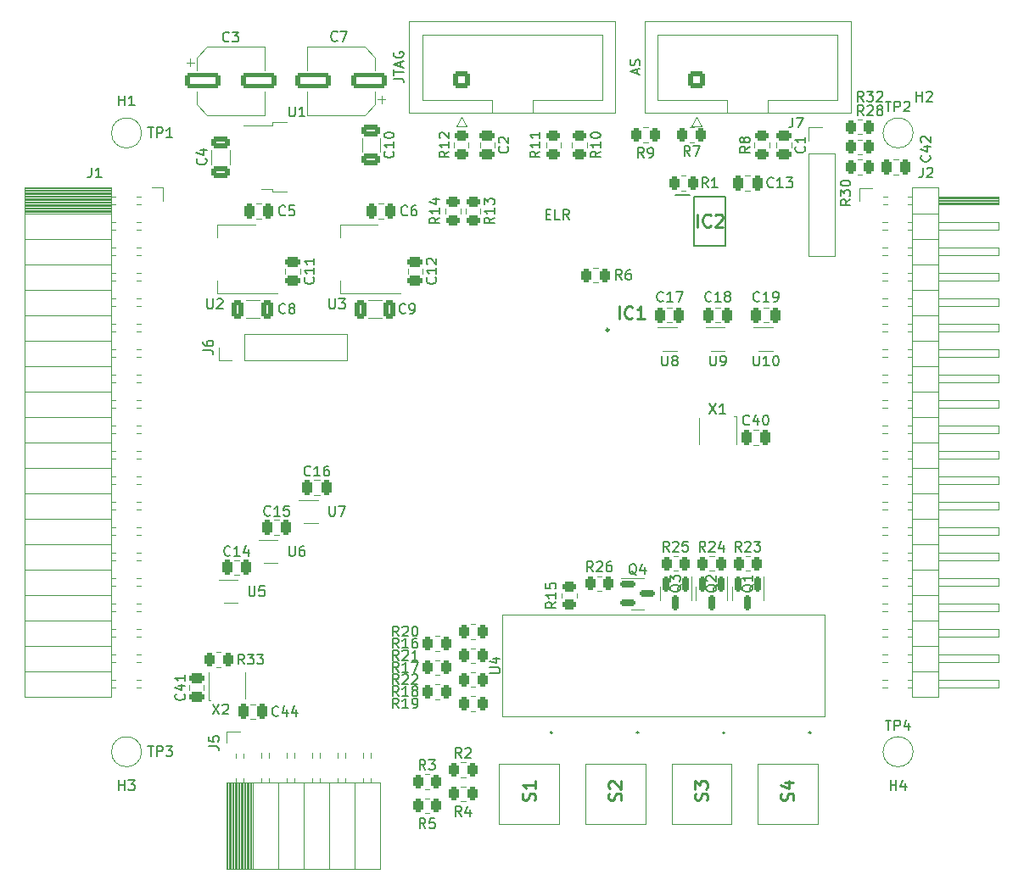
<source format=gto>
%TF.GenerationSoftware,KiCad,Pcbnew,(6.0.5)*%
%TF.CreationDate,2025-04-13T13:17:39+02:00*%
%TF.ProjectId,LandShark,4c616e64-5368-4617-926b-2e6b69636164,rev?*%
%TF.SameCoordinates,Original*%
%TF.FileFunction,Legend,Top*%
%TF.FilePolarity,Positive*%
%FSLAX46Y46*%
G04 Gerber Fmt 4.6, Leading zero omitted, Abs format (unit mm)*
G04 Created by KiCad (PCBNEW (6.0.5)) date 2025-04-13 13:17:39*
%MOMM*%
%LPD*%
G01*
G04 APERTURE LIST*
G04 Aperture macros list*
%AMRoundRect*
0 Rectangle with rounded corners*
0 $1 Rounding radius*
0 $2 $3 $4 $5 $6 $7 $8 $9 X,Y pos of 4 corners*
0 Add a 4 corners polygon primitive as box body*
4,1,4,$2,$3,$4,$5,$6,$7,$8,$9,$2,$3,0*
0 Add four circle primitives for the rounded corners*
1,1,$1+$1,$2,$3*
1,1,$1+$1,$4,$5*
1,1,$1+$1,$6,$7*
1,1,$1+$1,$8,$9*
0 Add four rect primitives between the rounded corners*
20,1,$1+$1,$2,$3,$4,$5,0*
20,1,$1+$1,$4,$5,$6,$7,0*
20,1,$1+$1,$6,$7,$8,$9,0*
20,1,$1+$1,$8,$9,$2,$3,0*%
G04 Aperture macros list end*
%ADD10C,0.150000*%
%ADD11C,0.254000*%
%ADD12C,0.120000*%
%ADD13C,0.200000*%
%ADD14C,0.100000*%
%ADD15C,0.250000*%
%ADD16C,2.000000*%
%ADD17RoundRect,0.250000X0.250000X0.475000X-0.250000X0.475000X-0.250000X-0.475000X0.250000X-0.475000X0*%
%ADD18R,1.700000X1.700000*%
%ADD19O,1.700000X1.700000*%
%ADD20RoundRect,0.250000X0.600000X-0.600000X0.600000X0.600000X-0.600000X0.600000X-0.600000X-0.600000X0*%
%ADD21C,1.700000*%
%ADD22RoundRect,0.250000X-0.325000X-0.650000X0.325000X-0.650000X0.325000X0.650000X-0.325000X0.650000X0*%
%ADD23RoundRect,0.250000X0.650000X-0.325000X0.650000X0.325000X-0.650000X0.325000X-0.650000X-0.325000X0*%
%ADD24RoundRect,0.250000X-0.450000X0.262500X-0.450000X-0.262500X0.450000X-0.262500X0.450000X0.262500X0*%
%ADD25RoundRect,0.250000X-0.262500X-0.450000X0.262500X-0.450000X0.262500X0.450000X-0.262500X0.450000X0*%
%ADD26RoundRect,0.250000X-0.250000X-0.475000X0.250000X-0.475000X0.250000X0.475000X-0.250000X0.475000X0*%
%ADD27RoundRect,0.150000X-0.150000X0.587500X-0.150000X-0.587500X0.150000X-0.587500X0.150000X0.587500X0*%
%ADD28R,1.400000X2.100000*%
%ADD29R,0.650000X0.400000*%
%ADD30RoundRect,0.250000X0.262500X0.450000X-0.262500X0.450000X-0.262500X-0.450000X0.262500X-0.450000X0*%
%ADD31C,6.400000*%
%ADD32R,1.000000X0.900000*%
%ADD33RoundRect,0.250000X0.450000X-0.262500X0.450000X0.262500X-0.450000X0.262500X-0.450000X-0.262500X0*%
%ADD34R,0.300000X1.475000*%
%ADD35R,1.475000X0.300000*%
%ADD36R,5.765000X6.760000*%
%ADD37RoundRect,0.250000X-0.650000X0.325000X-0.650000X-0.325000X0.650000X-0.325000X0.650000X0.325000X0*%
%ADD38R,2.200000X1.200000*%
%ADD39R,6.400000X5.800000*%
%ADD40RoundRect,0.250000X-0.475000X0.250000X-0.475000X-0.250000X0.475000X-0.250000X0.475000X0.250000X0*%
%ADD41RoundRect,0.250000X1.500000X0.550000X-1.500000X0.550000X-1.500000X-0.550000X1.500000X-0.550000X0*%
%ADD42RoundRect,0.250000X-1.500000X-0.550000X1.500000X-0.550000X1.500000X0.550000X-1.500000X0.550000X0*%
%ADD43RoundRect,0.150000X-0.587500X-0.150000X0.587500X-0.150000X0.587500X0.150000X-0.587500X0.150000X0*%
%ADD44C,1.524000*%
%ADD45R,2.000000X1.500000*%
%ADD46R,2.000000X3.800000*%
%ADD47R,1.500000X0.650000*%
G04 APERTURE END LIST*
D10*
X137880952Y-77728571D02*
X138214285Y-77728571D01*
X138357142Y-78252380D02*
X137880952Y-78252380D01*
X137880952Y-77252380D01*
X138357142Y-77252380D01*
X139261904Y-78252380D02*
X138785714Y-78252380D01*
X138785714Y-77252380D01*
X140166666Y-78252380D02*
X139833333Y-77776190D01*
X139595238Y-78252380D02*
X139595238Y-77252380D01*
X139976190Y-77252380D01*
X140071428Y-77300000D01*
X140119047Y-77347619D01*
X140166666Y-77442857D01*
X140166666Y-77585714D01*
X140119047Y-77680952D01*
X140071428Y-77728571D01*
X139976190Y-77776190D01*
X139595238Y-77776190D01*
%TO.C,TP2*%
X171738095Y-66452380D02*
X172309523Y-66452380D01*
X172023809Y-67452380D02*
X172023809Y-66452380D01*
X172642857Y-67452380D02*
X172642857Y-66452380D01*
X173023809Y-66452380D01*
X173119047Y-66500000D01*
X173166666Y-66547619D01*
X173214285Y-66642857D01*
X173214285Y-66785714D01*
X173166666Y-66880952D01*
X173119047Y-66928571D01*
X173023809Y-66976190D01*
X172642857Y-66976190D01*
X173595238Y-66547619D02*
X173642857Y-66500000D01*
X173738095Y-66452380D01*
X173976190Y-66452380D01*
X174071428Y-66500000D01*
X174119047Y-66547619D01*
X174166666Y-66642857D01*
X174166666Y-66738095D01*
X174119047Y-66880952D01*
X173547619Y-67452380D01*
X174166666Y-67452380D01*
%TO.C,C15*%
X110357142Y-107757142D02*
X110309523Y-107804761D01*
X110166666Y-107852380D01*
X110071428Y-107852380D01*
X109928571Y-107804761D01*
X109833333Y-107709523D01*
X109785714Y-107614285D01*
X109738095Y-107423809D01*
X109738095Y-107280952D01*
X109785714Y-107090476D01*
X109833333Y-106995238D01*
X109928571Y-106900000D01*
X110071428Y-106852380D01*
X110166666Y-106852380D01*
X110309523Y-106900000D01*
X110357142Y-106947619D01*
X111309523Y-107852380D02*
X110738095Y-107852380D01*
X111023809Y-107852380D02*
X111023809Y-106852380D01*
X110928571Y-106995238D01*
X110833333Y-107090476D01*
X110738095Y-107138095D01*
X112214285Y-106852380D02*
X111738095Y-106852380D01*
X111690476Y-107328571D01*
X111738095Y-107280952D01*
X111833333Y-107233333D01*
X112071428Y-107233333D01*
X112166666Y-107280952D01*
X112214285Y-107328571D01*
X112261904Y-107423809D01*
X112261904Y-107661904D01*
X112214285Y-107757142D01*
X112166666Y-107804761D01*
X112071428Y-107852380D01*
X111833333Y-107852380D01*
X111738095Y-107804761D01*
X111690476Y-107757142D01*
%TO.C,J2*%
X175466666Y-73052380D02*
X175466666Y-73766666D01*
X175419047Y-73909523D01*
X175323809Y-74004761D01*
X175180952Y-74052380D01*
X175085714Y-74052380D01*
X175895238Y-73147619D02*
X175942857Y-73100000D01*
X176038095Y-73052380D01*
X176276190Y-73052380D01*
X176371428Y-73100000D01*
X176419047Y-73147619D01*
X176466666Y-73242857D01*
X176466666Y-73338095D01*
X176419047Y-73480952D01*
X175847619Y-74052380D01*
X176466666Y-74052380D01*
%TO.C,TP3*%
X98138095Y-130852380D02*
X98709523Y-130852380D01*
X98423809Y-131852380D02*
X98423809Y-130852380D01*
X99042857Y-131852380D02*
X99042857Y-130852380D01*
X99423809Y-130852380D01*
X99519047Y-130900000D01*
X99566666Y-130947619D01*
X99614285Y-131042857D01*
X99614285Y-131185714D01*
X99566666Y-131280952D01*
X99519047Y-131328571D01*
X99423809Y-131376190D01*
X99042857Y-131376190D01*
X99947619Y-130852380D02*
X100566666Y-130852380D01*
X100233333Y-131233333D01*
X100376190Y-131233333D01*
X100471428Y-131280952D01*
X100519047Y-131328571D01*
X100566666Y-131423809D01*
X100566666Y-131661904D01*
X100519047Y-131757142D01*
X100471428Y-131804761D01*
X100376190Y-131852380D01*
X100090476Y-131852380D01*
X99995238Y-131804761D01*
X99947619Y-131757142D01*
%TO.C,J4*%
X122652380Y-64166666D02*
X123366666Y-64166666D01*
X123509523Y-64214285D01*
X123604761Y-64309523D01*
X123652380Y-64452380D01*
X123652380Y-64547619D01*
X122652380Y-63833333D02*
X122652380Y-63261904D01*
X123652380Y-63547619D02*
X122652380Y-63547619D01*
X123366666Y-62976190D02*
X123366666Y-62500000D01*
X123652380Y-63071428D02*
X122652380Y-62738095D01*
X123652380Y-62404761D01*
X122700000Y-61547619D02*
X122652380Y-61642857D01*
X122652380Y-61785714D01*
X122700000Y-61928571D01*
X122795238Y-62023809D01*
X122890476Y-62071428D01*
X123080952Y-62119047D01*
X123223809Y-62119047D01*
X123414285Y-62071428D01*
X123509523Y-62023809D01*
X123604761Y-61928571D01*
X123652380Y-61785714D01*
X123652380Y-61690476D01*
X123604761Y-61547619D01*
X123557142Y-61500000D01*
X123223809Y-61500000D01*
X123223809Y-61690476D01*
%TO.C,C8*%
X111833333Y-87557142D02*
X111785714Y-87604761D01*
X111642857Y-87652380D01*
X111547619Y-87652380D01*
X111404761Y-87604761D01*
X111309523Y-87509523D01*
X111261904Y-87414285D01*
X111214285Y-87223809D01*
X111214285Y-87080952D01*
X111261904Y-86890476D01*
X111309523Y-86795238D01*
X111404761Y-86700000D01*
X111547619Y-86652380D01*
X111642857Y-86652380D01*
X111785714Y-86700000D01*
X111833333Y-86747619D01*
X112404761Y-87080952D02*
X112309523Y-87033333D01*
X112261904Y-86985714D01*
X112214285Y-86890476D01*
X112214285Y-86842857D01*
X112261904Y-86747619D01*
X112309523Y-86700000D01*
X112404761Y-86652380D01*
X112595238Y-86652380D01*
X112690476Y-86700000D01*
X112738095Y-86747619D01*
X112785714Y-86842857D01*
X112785714Y-86890476D01*
X112738095Y-86985714D01*
X112690476Y-87033333D01*
X112595238Y-87080952D01*
X112404761Y-87080952D01*
X112309523Y-87128571D01*
X112261904Y-87176190D01*
X112214285Y-87271428D01*
X112214285Y-87461904D01*
X112261904Y-87557142D01*
X112309523Y-87604761D01*
X112404761Y-87652380D01*
X112595238Y-87652380D01*
X112690476Y-87604761D01*
X112738095Y-87557142D01*
X112785714Y-87461904D01*
X112785714Y-87271428D01*
X112738095Y-87176190D01*
X112690476Y-87128571D01*
X112595238Y-87080952D01*
%TO.C,C4*%
X103907142Y-72166666D02*
X103954761Y-72214285D01*
X104002380Y-72357142D01*
X104002380Y-72452380D01*
X103954761Y-72595238D01*
X103859523Y-72690476D01*
X103764285Y-72738095D01*
X103573809Y-72785714D01*
X103430952Y-72785714D01*
X103240476Y-72738095D01*
X103145238Y-72690476D01*
X103050000Y-72595238D01*
X103002380Y-72452380D01*
X103002380Y-72357142D01*
X103050000Y-72214285D01*
X103097619Y-72166666D01*
X103335714Y-71309523D02*
X104002380Y-71309523D01*
X102954761Y-71547619D02*
X103669047Y-71785714D01*
X103669047Y-71166666D01*
%TO.C,R13*%
X132702380Y-78042857D02*
X132226190Y-78376190D01*
X132702380Y-78614285D02*
X131702380Y-78614285D01*
X131702380Y-78233333D01*
X131750000Y-78138095D01*
X131797619Y-78090476D01*
X131892857Y-78042857D01*
X132035714Y-78042857D01*
X132130952Y-78090476D01*
X132178571Y-78138095D01*
X132226190Y-78233333D01*
X132226190Y-78614285D01*
X132702380Y-77090476D02*
X132702380Y-77661904D01*
X132702380Y-77376190D02*
X131702380Y-77376190D01*
X131845238Y-77471428D01*
X131940476Y-77566666D01*
X131988095Y-77661904D01*
X131702380Y-76757142D02*
X131702380Y-76138095D01*
X132083333Y-76471428D01*
X132083333Y-76328571D01*
X132130952Y-76233333D01*
X132178571Y-76185714D01*
X132273809Y-76138095D01*
X132511904Y-76138095D01*
X132607142Y-76185714D01*
X132654761Y-76233333D01*
X132702380Y-76328571D01*
X132702380Y-76614285D01*
X132654761Y-76709523D01*
X132607142Y-76757142D01*
%TO.C,R32*%
X169557142Y-66452380D02*
X169223809Y-65976190D01*
X168985714Y-66452380D02*
X168985714Y-65452380D01*
X169366666Y-65452380D01*
X169461904Y-65500000D01*
X169509523Y-65547619D01*
X169557142Y-65642857D01*
X169557142Y-65785714D01*
X169509523Y-65880952D01*
X169461904Y-65928571D01*
X169366666Y-65976190D01*
X168985714Y-65976190D01*
X169890476Y-65452380D02*
X170509523Y-65452380D01*
X170176190Y-65833333D01*
X170319047Y-65833333D01*
X170414285Y-65880952D01*
X170461904Y-65928571D01*
X170509523Y-66023809D01*
X170509523Y-66261904D01*
X170461904Y-66357142D01*
X170414285Y-66404761D01*
X170319047Y-66452380D01*
X170033333Y-66452380D01*
X169938095Y-66404761D01*
X169890476Y-66357142D01*
X170890476Y-65547619D02*
X170938095Y-65500000D01*
X171033333Y-65452380D01*
X171271428Y-65452380D01*
X171366666Y-65500000D01*
X171414285Y-65547619D01*
X171461904Y-65642857D01*
X171461904Y-65738095D01*
X171414285Y-65880952D01*
X170842857Y-66452380D01*
X171461904Y-66452380D01*
%TO.C,R24*%
X153757142Y-111402380D02*
X153423809Y-110926190D01*
X153185714Y-111402380D02*
X153185714Y-110402380D01*
X153566666Y-110402380D01*
X153661904Y-110450000D01*
X153709523Y-110497619D01*
X153757142Y-110592857D01*
X153757142Y-110735714D01*
X153709523Y-110830952D01*
X153661904Y-110878571D01*
X153566666Y-110926190D01*
X153185714Y-110926190D01*
X154138095Y-110497619D02*
X154185714Y-110450000D01*
X154280952Y-110402380D01*
X154519047Y-110402380D01*
X154614285Y-110450000D01*
X154661904Y-110497619D01*
X154709523Y-110592857D01*
X154709523Y-110688095D01*
X154661904Y-110830952D01*
X154090476Y-111402380D01*
X154709523Y-111402380D01*
X155566666Y-110735714D02*
X155566666Y-111402380D01*
X155328571Y-110354761D02*
X155090476Y-111069047D01*
X155709523Y-111069047D01*
%TO.C,C40*%
X158157142Y-98677142D02*
X158109523Y-98724761D01*
X157966666Y-98772380D01*
X157871428Y-98772380D01*
X157728571Y-98724761D01*
X157633333Y-98629523D01*
X157585714Y-98534285D01*
X157538095Y-98343809D01*
X157538095Y-98200952D01*
X157585714Y-98010476D01*
X157633333Y-97915238D01*
X157728571Y-97820000D01*
X157871428Y-97772380D01*
X157966666Y-97772380D01*
X158109523Y-97820000D01*
X158157142Y-97867619D01*
X159014285Y-98105714D02*
X159014285Y-98772380D01*
X158776190Y-97724761D02*
X158538095Y-98439047D01*
X159157142Y-98439047D01*
X159728571Y-97772380D02*
X159823809Y-97772380D01*
X159919047Y-97820000D01*
X159966666Y-97867619D01*
X160014285Y-97962857D01*
X160061904Y-98153333D01*
X160061904Y-98391428D01*
X160014285Y-98581904D01*
X159966666Y-98677142D01*
X159919047Y-98724761D01*
X159823809Y-98772380D01*
X159728571Y-98772380D01*
X159633333Y-98724761D01*
X159585714Y-98677142D01*
X159538095Y-98581904D01*
X159490476Y-98391428D01*
X159490476Y-98153333D01*
X159538095Y-97962857D01*
X159585714Y-97867619D01*
X159633333Y-97820000D01*
X159728571Y-97772380D01*
%TO.C,C44*%
X111157142Y-127757142D02*
X111109523Y-127804761D01*
X110966666Y-127852380D01*
X110871428Y-127852380D01*
X110728571Y-127804761D01*
X110633333Y-127709523D01*
X110585714Y-127614285D01*
X110538095Y-127423809D01*
X110538095Y-127280952D01*
X110585714Y-127090476D01*
X110633333Y-126995238D01*
X110728571Y-126900000D01*
X110871428Y-126852380D01*
X110966666Y-126852380D01*
X111109523Y-126900000D01*
X111157142Y-126947619D01*
X112014285Y-127185714D02*
X112014285Y-127852380D01*
X111776190Y-126804761D02*
X111538095Y-127519047D01*
X112157142Y-127519047D01*
X112966666Y-127185714D02*
X112966666Y-127852380D01*
X112728571Y-126804761D02*
X112490476Y-127519047D01*
X113109523Y-127519047D01*
%TO.C,Q1*%
X158547619Y-114695238D02*
X158500000Y-114790476D01*
X158404761Y-114885714D01*
X158261904Y-115028571D01*
X158214285Y-115123809D01*
X158214285Y-115219047D01*
X158452380Y-115171428D02*
X158404761Y-115266666D01*
X158309523Y-115361904D01*
X158119047Y-115409523D01*
X157785714Y-115409523D01*
X157595238Y-115361904D01*
X157500000Y-115266666D01*
X157452380Y-115171428D01*
X157452380Y-114980952D01*
X157500000Y-114885714D01*
X157595238Y-114790476D01*
X157785714Y-114742857D01*
X158119047Y-114742857D01*
X158309523Y-114790476D01*
X158404761Y-114885714D01*
X158452380Y-114980952D01*
X158452380Y-115171428D01*
X158452380Y-113790476D02*
X158452380Y-114361904D01*
X158452380Y-114076190D02*
X157452380Y-114076190D01*
X157595238Y-114171428D01*
X157690476Y-114266666D01*
X157738095Y-114361904D01*
D11*
%TO.C,S4*%
X162514047Y-136267619D02*
X162574523Y-136086190D01*
X162574523Y-135783809D01*
X162514047Y-135662857D01*
X162453571Y-135602380D01*
X162332619Y-135541904D01*
X162211666Y-135541904D01*
X162090714Y-135602380D01*
X162030238Y-135662857D01*
X161969761Y-135783809D01*
X161909285Y-136025714D01*
X161848809Y-136146666D01*
X161788333Y-136207142D01*
X161667380Y-136267619D01*
X161546428Y-136267619D01*
X161425476Y-136207142D01*
X161365000Y-136146666D01*
X161304523Y-136025714D01*
X161304523Y-135723333D01*
X161365000Y-135541904D01*
X161727857Y-134453333D02*
X162574523Y-134453333D01*
X161244047Y-134755714D02*
X162151190Y-135058095D01*
X162151190Y-134271904D01*
D10*
%TO.C,U10*%
X158561904Y-91852380D02*
X158561904Y-92661904D01*
X158609523Y-92757142D01*
X158657142Y-92804761D01*
X158752380Y-92852380D01*
X158942857Y-92852380D01*
X159038095Y-92804761D01*
X159085714Y-92757142D01*
X159133333Y-92661904D01*
X159133333Y-91852380D01*
X160133333Y-92852380D02*
X159561904Y-92852380D01*
X159847619Y-92852380D02*
X159847619Y-91852380D01*
X159752380Y-91995238D01*
X159657142Y-92090476D01*
X159561904Y-92138095D01*
X160752380Y-91852380D02*
X160847619Y-91852380D01*
X160942857Y-91900000D01*
X160990476Y-91947619D01*
X161038095Y-92042857D01*
X161085714Y-92233333D01*
X161085714Y-92471428D01*
X161038095Y-92661904D01*
X160990476Y-92757142D01*
X160942857Y-92804761D01*
X160847619Y-92852380D01*
X160752380Y-92852380D01*
X160657142Y-92804761D01*
X160609523Y-92757142D01*
X160561904Y-92661904D01*
X160514285Y-92471428D01*
X160514285Y-92233333D01*
X160561904Y-92042857D01*
X160609523Y-91947619D01*
X160657142Y-91900000D01*
X160752380Y-91852380D01*
%TO.C,R30*%
X168252380Y-76242857D02*
X167776190Y-76576190D01*
X168252380Y-76814285D02*
X167252380Y-76814285D01*
X167252380Y-76433333D01*
X167300000Y-76338095D01*
X167347619Y-76290476D01*
X167442857Y-76242857D01*
X167585714Y-76242857D01*
X167680952Y-76290476D01*
X167728571Y-76338095D01*
X167776190Y-76433333D01*
X167776190Y-76814285D01*
X167252380Y-75909523D02*
X167252380Y-75290476D01*
X167633333Y-75623809D01*
X167633333Y-75480952D01*
X167680952Y-75385714D01*
X167728571Y-75338095D01*
X167823809Y-75290476D01*
X168061904Y-75290476D01*
X168157142Y-75338095D01*
X168204761Y-75385714D01*
X168252380Y-75480952D01*
X168252380Y-75766666D01*
X168204761Y-75861904D01*
X168157142Y-75909523D01*
X167252380Y-74671428D02*
X167252380Y-74576190D01*
X167300000Y-74480952D01*
X167347619Y-74433333D01*
X167442857Y-74385714D01*
X167633333Y-74338095D01*
X167871428Y-74338095D01*
X168061904Y-74385714D01*
X168157142Y-74433333D01*
X168204761Y-74480952D01*
X168252380Y-74576190D01*
X168252380Y-74671428D01*
X168204761Y-74766666D01*
X168157142Y-74814285D01*
X168061904Y-74861904D01*
X167871428Y-74909523D01*
X167633333Y-74909523D01*
X167442857Y-74861904D01*
X167347619Y-74814285D01*
X167300000Y-74766666D01*
X167252380Y-74671428D01*
%TO.C,C14*%
X106357142Y-111757142D02*
X106309523Y-111804761D01*
X106166666Y-111852380D01*
X106071428Y-111852380D01*
X105928571Y-111804761D01*
X105833333Y-111709523D01*
X105785714Y-111614285D01*
X105738095Y-111423809D01*
X105738095Y-111280952D01*
X105785714Y-111090476D01*
X105833333Y-110995238D01*
X105928571Y-110900000D01*
X106071428Y-110852380D01*
X106166666Y-110852380D01*
X106309523Y-110900000D01*
X106357142Y-110947619D01*
X107309523Y-111852380D02*
X106738095Y-111852380D01*
X107023809Y-111852380D02*
X107023809Y-110852380D01*
X106928571Y-110995238D01*
X106833333Y-111090476D01*
X106738095Y-111138095D01*
X108166666Y-111185714D02*
X108166666Y-111852380D01*
X107928571Y-110804761D02*
X107690476Y-111519047D01*
X108309523Y-111519047D01*
%TO.C,R4*%
X129433333Y-137852380D02*
X129100000Y-137376190D01*
X128861904Y-137852380D02*
X128861904Y-136852380D01*
X129242857Y-136852380D01*
X129338095Y-136900000D01*
X129385714Y-136947619D01*
X129433333Y-137042857D01*
X129433333Y-137185714D01*
X129385714Y-137280952D01*
X129338095Y-137328571D01*
X129242857Y-137376190D01*
X128861904Y-137376190D01*
X130290476Y-137185714D02*
X130290476Y-137852380D01*
X130052380Y-136804761D02*
X129814285Y-137519047D01*
X130433333Y-137519047D01*
%TO.C,TP1*%
X98138095Y-69052380D02*
X98709523Y-69052380D01*
X98423809Y-70052380D02*
X98423809Y-69052380D01*
X99042857Y-70052380D02*
X99042857Y-69052380D01*
X99423809Y-69052380D01*
X99519047Y-69100000D01*
X99566666Y-69147619D01*
X99614285Y-69242857D01*
X99614285Y-69385714D01*
X99566666Y-69480952D01*
X99519047Y-69528571D01*
X99423809Y-69576190D01*
X99042857Y-69576190D01*
X100566666Y-70052380D02*
X99995238Y-70052380D01*
X100280952Y-70052380D02*
X100280952Y-69052380D01*
X100185714Y-69195238D01*
X100090476Y-69290476D01*
X99995238Y-69338095D01*
%TO.C,H3*%
X95238095Y-135252380D02*
X95238095Y-134252380D01*
X95238095Y-134728571D02*
X95809523Y-134728571D01*
X95809523Y-135252380D02*
X95809523Y-134252380D01*
X96190476Y-134252380D02*
X96809523Y-134252380D01*
X96476190Y-134633333D01*
X96619047Y-134633333D01*
X96714285Y-134680952D01*
X96761904Y-134728571D01*
X96809523Y-134823809D01*
X96809523Y-135061904D01*
X96761904Y-135157142D01*
X96714285Y-135204761D01*
X96619047Y-135252380D01*
X96333333Y-135252380D01*
X96238095Y-135204761D01*
X96190476Y-135157142D01*
%TO.C,R25*%
X150157142Y-111402380D02*
X149823809Y-110926190D01*
X149585714Y-111402380D02*
X149585714Y-110402380D01*
X149966666Y-110402380D01*
X150061904Y-110450000D01*
X150109523Y-110497619D01*
X150157142Y-110592857D01*
X150157142Y-110735714D01*
X150109523Y-110830952D01*
X150061904Y-110878571D01*
X149966666Y-110926190D01*
X149585714Y-110926190D01*
X150538095Y-110497619D02*
X150585714Y-110450000D01*
X150680952Y-110402380D01*
X150919047Y-110402380D01*
X151014285Y-110450000D01*
X151061904Y-110497619D01*
X151109523Y-110592857D01*
X151109523Y-110688095D01*
X151061904Y-110830952D01*
X150490476Y-111402380D01*
X151109523Y-111402380D01*
X152014285Y-110402380D02*
X151538095Y-110402380D01*
X151490476Y-110878571D01*
X151538095Y-110830952D01*
X151633333Y-110783333D01*
X151871428Y-110783333D01*
X151966666Y-110830952D01*
X152014285Y-110878571D01*
X152061904Y-110973809D01*
X152061904Y-111211904D01*
X152014285Y-111307142D01*
X151966666Y-111354761D01*
X151871428Y-111402380D01*
X151633333Y-111402380D01*
X151538095Y-111354761D01*
X151490476Y-111307142D01*
%TO.C,C6*%
X124033333Y-77757142D02*
X123985714Y-77804761D01*
X123842857Y-77852380D01*
X123747619Y-77852380D01*
X123604761Y-77804761D01*
X123509523Y-77709523D01*
X123461904Y-77614285D01*
X123414285Y-77423809D01*
X123414285Y-77280952D01*
X123461904Y-77090476D01*
X123509523Y-76995238D01*
X123604761Y-76900000D01*
X123747619Y-76852380D01*
X123842857Y-76852380D01*
X123985714Y-76900000D01*
X124033333Y-76947619D01*
X124890476Y-76852380D02*
X124700000Y-76852380D01*
X124604761Y-76900000D01*
X124557142Y-76947619D01*
X124461904Y-77090476D01*
X124414285Y-77280952D01*
X124414285Y-77661904D01*
X124461904Y-77757142D01*
X124509523Y-77804761D01*
X124604761Y-77852380D01*
X124795238Y-77852380D01*
X124890476Y-77804761D01*
X124938095Y-77757142D01*
X124985714Y-77661904D01*
X124985714Y-77423809D01*
X124938095Y-77328571D01*
X124890476Y-77280952D01*
X124795238Y-77233333D01*
X124604761Y-77233333D01*
X124509523Y-77280952D01*
X124461904Y-77328571D01*
X124414285Y-77423809D01*
%TO.C,X1*%
X154190476Y-96652380D02*
X154857142Y-97652380D01*
X154857142Y-96652380D02*
X154190476Y-97652380D01*
X155761904Y-97652380D02*
X155190476Y-97652380D01*
X155476190Y-97652380D02*
X155476190Y-96652380D01*
X155380952Y-96795238D01*
X155285714Y-96890476D01*
X155190476Y-96938095D01*
%TO.C,U7*%
X116238095Y-106852380D02*
X116238095Y-107661904D01*
X116285714Y-107757142D01*
X116333333Y-107804761D01*
X116428571Y-107852380D01*
X116619047Y-107852380D01*
X116714285Y-107804761D01*
X116761904Y-107757142D01*
X116809523Y-107661904D01*
X116809523Y-106852380D01*
X117190476Y-106852380D02*
X117857142Y-106852380D01*
X117428571Y-107852380D01*
D11*
%TO.C,S3*%
X153914047Y-136267619D02*
X153974523Y-136086190D01*
X153974523Y-135783809D01*
X153914047Y-135662857D01*
X153853571Y-135602380D01*
X153732619Y-135541904D01*
X153611666Y-135541904D01*
X153490714Y-135602380D01*
X153430238Y-135662857D01*
X153369761Y-135783809D01*
X153309285Y-136025714D01*
X153248809Y-136146666D01*
X153188333Y-136207142D01*
X153067380Y-136267619D01*
X152946428Y-136267619D01*
X152825476Y-136207142D01*
X152765000Y-136146666D01*
X152704523Y-136025714D01*
X152704523Y-135723333D01*
X152765000Y-135541904D01*
X152704523Y-135118571D02*
X152704523Y-134332380D01*
X153188333Y-134755714D01*
X153188333Y-134574285D01*
X153248809Y-134453333D01*
X153309285Y-134392857D01*
X153430238Y-134332380D01*
X153732619Y-134332380D01*
X153853571Y-134392857D01*
X153914047Y-134453333D01*
X153974523Y-134574285D01*
X153974523Y-134937142D01*
X153914047Y-135058095D01*
X153853571Y-135118571D01*
D10*
%TO.C,U5*%
X108238095Y-114852380D02*
X108238095Y-115661904D01*
X108285714Y-115757142D01*
X108333333Y-115804761D01*
X108428571Y-115852380D01*
X108619047Y-115852380D01*
X108714285Y-115804761D01*
X108761904Y-115757142D01*
X108809523Y-115661904D01*
X108809523Y-114852380D01*
X109761904Y-114852380D02*
X109285714Y-114852380D01*
X109238095Y-115328571D01*
X109285714Y-115280952D01*
X109380952Y-115233333D01*
X109619047Y-115233333D01*
X109714285Y-115280952D01*
X109761904Y-115328571D01*
X109809523Y-115423809D01*
X109809523Y-115661904D01*
X109761904Y-115757142D01*
X109714285Y-115804761D01*
X109619047Y-115852380D01*
X109380952Y-115852380D01*
X109285714Y-115804761D01*
X109238095Y-115757142D01*
D11*
%TO.C,S1*%
X136714047Y-136267619D02*
X136774523Y-136086190D01*
X136774523Y-135783809D01*
X136714047Y-135662857D01*
X136653571Y-135602380D01*
X136532619Y-135541904D01*
X136411666Y-135541904D01*
X136290714Y-135602380D01*
X136230238Y-135662857D01*
X136169761Y-135783809D01*
X136109285Y-136025714D01*
X136048809Y-136146666D01*
X135988333Y-136207142D01*
X135867380Y-136267619D01*
X135746428Y-136267619D01*
X135625476Y-136207142D01*
X135565000Y-136146666D01*
X135504523Y-136025714D01*
X135504523Y-135723333D01*
X135565000Y-135541904D01*
X136774523Y-134332380D02*
X136774523Y-135058095D01*
X136774523Y-134695238D02*
X135504523Y-134695238D01*
X135685952Y-134816190D01*
X135806904Y-134937142D01*
X135867380Y-135058095D01*
D10*
%TO.C,C13*%
X160557142Y-74957142D02*
X160509523Y-75004761D01*
X160366666Y-75052380D01*
X160271428Y-75052380D01*
X160128571Y-75004761D01*
X160033333Y-74909523D01*
X159985714Y-74814285D01*
X159938095Y-74623809D01*
X159938095Y-74480952D01*
X159985714Y-74290476D01*
X160033333Y-74195238D01*
X160128571Y-74100000D01*
X160271428Y-74052380D01*
X160366666Y-74052380D01*
X160509523Y-74100000D01*
X160557142Y-74147619D01*
X161509523Y-75052380D02*
X160938095Y-75052380D01*
X161223809Y-75052380D02*
X161223809Y-74052380D01*
X161128571Y-74195238D01*
X161033333Y-74290476D01*
X160938095Y-74338095D01*
X161842857Y-74052380D02*
X162461904Y-74052380D01*
X162128571Y-74433333D01*
X162271428Y-74433333D01*
X162366666Y-74480952D01*
X162414285Y-74528571D01*
X162461904Y-74623809D01*
X162461904Y-74861904D01*
X162414285Y-74957142D01*
X162366666Y-75004761D01*
X162271428Y-75052380D01*
X161985714Y-75052380D01*
X161890476Y-75004761D01*
X161842857Y-74957142D01*
%TO.C,R19*%
X123157142Y-127052380D02*
X122823809Y-126576190D01*
X122585714Y-127052380D02*
X122585714Y-126052380D01*
X122966666Y-126052380D01*
X123061904Y-126100000D01*
X123109523Y-126147619D01*
X123157142Y-126242857D01*
X123157142Y-126385714D01*
X123109523Y-126480952D01*
X123061904Y-126528571D01*
X122966666Y-126576190D01*
X122585714Y-126576190D01*
X124109523Y-127052380D02*
X123538095Y-127052380D01*
X123823809Y-127052380D02*
X123823809Y-126052380D01*
X123728571Y-126195238D01*
X123633333Y-126290476D01*
X123538095Y-126338095D01*
X124585714Y-127052380D02*
X124776190Y-127052380D01*
X124871428Y-127004761D01*
X124919047Y-126957142D01*
X125014285Y-126814285D01*
X125061904Y-126623809D01*
X125061904Y-126242857D01*
X125014285Y-126147619D01*
X124966666Y-126100000D01*
X124871428Y-126052380D01*
X124680952Y-126052380D01*
X124585714Y-126100000D01*
X124538095Y-126147619D01*
X124490476Y-126242857D01*
X124490476Y-126480952D01*
X124538095Y-126576190D01*
X124585714Y-126623809D01*
X124680952Y-126671428D01*
X124871428Y-126671428D01*
X124966666Y-126623809D01*
X125014285Y-126576190D01*
X125061904Y-126480952D01*
%TO.C,R12*%
X128202380Y-71442857D02*
X127726190Y-71776190D01*
X128202380Y-72014285D02*
X127202380Y-72014285D01*
X127202380Y-71633333D01*
X127250000Y-71538095D01*
X127297619Y-71490476D01*
X127392857Y-71442857D01*
X127535714Y-71442857D01*
X127630952Y-71490476D01*
X127678571Y-71538095D01*
X127726190Y-71633333D01*
X127726190Y-72014285D01*
X128202380Y-70490476D02*
X128202380Y-71061904D01*
X128202380Y-70776190D02*
X127202380Y-70776190D01*
X127345238Y-70871428D01*
X127440476Y-70966666D01*
X127488095Y-71061904D01*
X127297619Y-70109523D02*
X127250000Y-70061904D01*
X127202380Y-69966666D01*
X127202380Y-69728571D01*
X127250000Y-69633333D01*
X127297619Y-69585714D01*
X127392857Y-69538095D01*
X127488095Y-69538095D01*
X127630952Y-69585714D01*
X128202380Y-70157142D01*
X128202380Y-69538095D01*
%TO.C,Q3*%
X151347619Y-114695238D02*
X151300000Y-114790476D01*
X151204761Y-114885714D01*
X151061904Y-115028571D01*
X151014285Y-115123809D01*
X151014285Y-115219047D01*
X151252380Y-115171428D02*
X151204761Y-115266666D01*
X151109523Y-115361904D01*
X150919047Y-115409523D01*
X150585714Y-115409523D01*
X150395238Y-115361904D01*
X150300000Y-115266666D01*
X150252380Y-115171428D01*
X150252380Y-114980952D01*
X150300000Y-114885714D01*
X150395238Y-114790476D01*
X150585714Y-114742857D01*
X150919047Y-114742857D01*
X151109523Y-114790476D01*
X151204761Y-114885714D01*
X151252380Y-114980952D01*
X151252380Y-115171428D01*
X150252380Y-114409523D02*
X150252380Y-113790476D01*
X150633333Y-114123809D01*
X150633333Y-113980952D01*
X150680952Y-113885714D01*
X150728571Y-113838095D01*
X150823809Y-113790476D01*
X151061904Y-113790476D01*
X151157142Y-113838095D01*
X151204761Y-113885714D01*
X151252380Y-113980952D01*
X151252380Y-114266666D01*
X151204761Y-114361904D01*
X151157142Y-114409523D01*
%TO.C,R22*%
X123157142Y-124652380D02*
X122823809Y-124176190D01*
X122585714Y-124652380D02*
X122585714Y-123652380D01*
X122966666Y-123652380D01*
X123061904Y-123700000D01*
X123109523Y-123747619D01*
X123157142Y-123842857D01*
X123157142Y-123985714D01*
X123109523Y-124080952D01*
X123061904Y-124128571D01*
X122966666Y-124176190D01*
X122585714Y-124176190D01*
X123538095Y-123747619D02*
X123585714Y-123700000D01*
X123680952Y-123652380D01*
X123919047Y-123652380D01*
X124014285Y-123700000D01*
X124061904Y-123747619D01*
X124109523Y-123842857D01*
X124109523Y-123938095D01*
X124061904Y-124080952D01*
X123490476Y-124652380D01*
X124109523Y-124652380D01*
X124490476Y-123747619D02*
X124538095Y-123700000D01*
X124633333Y-123652380D01*
X124871428Y-123652380D01*
X124966666Y-123700000D01*
X125014285Y-123747619D01*
X125061904Y-123842857D01*
X125061904Y-123938095D01*
X125014285Y-124080952D01*
X124442857Y-124652380D01*
X125061904Y-124652380D01*
%TO.C,H4*%
X172238095Y-135252380D02*
X172238095Y-134252380D01*
X172238095Y-134728571D02*
X172809523Y-134728571D01*
X172809523Y-135252380D02*
X172809523Y-134252380D01*
X173714285Y-134585714D02*
X173714285Y-135252380D01*
X173476190Y-134204761D02*
X173238095Y-134919047D01*
X173857142Y-134919047D01*
D11*
%TO.C,S2*%
X145314047Y-136267619D02*
X145374523Y-136086190D01*
X145374523Y-135783809D01*
X145314047Y-135662857D01*
X145253571Y-135602380D01*
X145132619Y-135541904D01*
X145011666Y-135541904D01*
X144890714Y-135602380D01*
X144830238Y-135662857D01*
X144769761Y-135783809D01*
X144709285Y-136025714D01*
X144648809Y-136146666D01*
X144588333Y-136207142D01*
X144467380Y-136267619D01*
X144346428Y-136267619D01*
X144225476Y-136207142D01*
X144165000Y-136146666D01*
X144104523Y-136025714D01*
X144104523Y-135723333D01*
X144165000Y-135541904D01*
X144225476Y-135058095D02*
X144165000Y-134997619D01*
X144104523Y-134876666D01*
X144104523Y-134574285D01*
X144165000Y-134453333D01*
X144225476Y-134392857D01*
X144346428Y-134332380D01*
X144467380Y-134332380D01*
X144648809Y-134392857D01*
X145374523Y-135118571D01*
X145374523Y-134332380D01*
D10*
%TO.C,R11*%
X137252380Y-71442857D02*
X136776190Y-71776190D01*
X137252380Y-72014285D02*
X136252380Y-72014285D01*
X136252380Y-71633333D01*
X136300000Y-71538095D01*
X136347619Y-71490476D01*
X136442857Y-71442857D01*
X136585714Y-71442857D01*
X136680952Y-71490476D01*
X136728571Y-71538095D01*
X136776190Y-71633333D01*
X136776190Y-72014285D01*
X137252380Y-70490476D02*
X137252380Y-71061904D01*
X137252380Y-70776190D02*
X136252380Y-70776190D01*
X136395238Y-70871428D01*
X136490476Y-70966666D01*
X136538095Y-71061904D01*
X137252380Y-69538095D02*
X137252380Y-70109523D01*
X137252380Y-69823809D02*
X136252380Y-69823809D01*
X136395238Y-69919047D01*
X136490476Y-70014285D01*
X136538095Y-70109523D01*
%TO.C,C18*%
X154357142Y-86357142D02*
X154309523Y-86404761D01*
X154166666Y-86452380D01*
X154071428Y-86452380D01*
X153928571Y-86404761D01*
X153833333Y-86309523D01*
X153785714Y-86214285D01*
X153738095Y-86023809D01*
X153738095Y-85880952D01*
X153785714Y-85690476D01*
X153833333Y-85595238D01*
X153928571Y-85500000D01*
X154071428Y-85452380D01*
X154166666Y-85452380D01*
X154309523Y-85500000D01*
X154357142Y-85547619D01*
X155309523Y-86452380D02*
X154738095Y-86452380D01*
X155023809Y-86452380D02*
X155023809Y-85452380D01*
X154928571Y-85595238D01*
X154833333Y-85690476D01*
X154738095Y-85738095D01*
X155880952Y-85880952D02*
X155785714Y-85833333D01*
X155738095Y-85785714D01*
X155690476Y-85690476D01*
X155690476Y-85642857D01*
X155738095Y-85547619D01*
X155785714Y-85500000D01*
X155880952Y-85452380D01*
X156071428Y-85452380D01*
X156166666Y-85500000D01*
X156214285Y-85547619D01*
X156261904Y-85642857D01*
X156261904Y-85690476D01*
X156214285Y-85785714D01*
X156166666Y-85833333D01*
X156071428Y-85880952D01*
X155880952Y-85880952D01*
X155785714Y-85928571D01*
X155738095Y-85976190D01*
X155690476Y-86071428D01*
X155690476Y-86261904D01*
X155738095Y-86357142D01*
X155785714Y-86404761D01*
X155880952Y-86452380D01*
X156071428Y-86452380D01*
X156166666Y-86404761D01*
X156214285Y-86357142D01*
X156261904Y-86261904D01*
X156261904Y-86071428D01*
X156214285Y-85976190D01*
X156166666Y-85928571D01*
X156071428Y-85880952D01*
%TO.C,H2*%
X174838095Y-66452380D02*
X174838095Y-65452380D01*
X174838095Y-65928571D02*
X175409523Y-65928571D01*
X175409523Y-66452380D02*
X175409523Y-65452380D01*
X175838095Y-65547619D02*
X175885714Y-65500000D01*
X175980952Y-65452380D01*
X176219047Y-65452380D01*
X176314285Y-65500000D01*
X176361904Y-65547619D01*
X176409523Y-65642857D01*
X176409523Y-65738095D01*
X176361904Y-65880952D01*
X175790476Y-66452380D01*
X176409523Y-66452380D01*
%TO.C,R5*%
X125833333Y-139052380D02*
X125500000Y-138576190D01*
X125261904Y-139052380D02*
X125261904Y-138052380D01*
X125642857Y-138052380D01*
X125738095Y-138100000D01*
X125785714Y-138147619D01*
X125833333Y-138242857D01*
X125833333Y-138385714D01*
X125785714Y-138480952D01*
X125738095Y-138528571D01*
X125642857Y-138576190D01*
X125261904Y-138576190D01*
X126738095Y-138052380D02*
X126261904Y-138052380D01*
X126214285Y-138528571D01*
X126261904Y-138480952D01*
X126357142Y-138433333D01*
X126595238Y-138433333D01*
X126690476Y-138480952D01*
X126738095Y-138528571D01*
X126785714Y-138623809D01*
X126785714Y-138861904D01*
X126738095Y-138957142D01*
X126690476Y-139004761D01*
X126595238Y-139052380D01*
X126357142Y-139052380D01*
X126261904Y-139004761D01*
X126214285Y-138957142D01*
%TO.C,R9*%
X147633333Y-72052380D02*
X147300000Y-71576190D01*
X147061904Y-72052380D02*
X147061904Y-71052380D01*
X147442857Y-71052380D01*
X147538095Y-71100000D01*
X147585714Y-71147619D01*
X147633333Y-71242857D01*
X147633333Y-71385714D01*
X147585714Y-71480952D01*
X147538095Y-71528571D01*
X147442857Y-71576190D01*
X147061904Y-71576190D01*
X148109523Y-72052380D02*
X148300000Y-72052380D01*
X148395238Y-72004761D01*
X148442857Y-71957142D01*
X148538095Y-71814285D01*
X148585714Y-71623809D01*
X148585714Y-71242857D01*
X148538095Y-71147619D01*
X148490476Y-71100000D01*
X148395238Y-71052380D01*
X148204761Y-71052380D01*
X148109523Y-71100000D01*
X148061904Y-71147619D01*
X148014285Y-71242857D01*
X148014285Y-71480952D01*
X148061904Y-71576190D01*
X148109523Y-71623809D01*
X148204761Y-71671428D01*
X148395238Y-71671428D01*
X148490476Y-71623809D01*
X148538095Y-71576190D01*
X148585714Y-71480952D01*
%TO.C,R21*%
X123157142Y-122252380D02*
X122823809Y-121776190D01*
X122585714Y-122252380D02*
X122585714Y-121252380D01*
X122966666Y-121252380D01*
X123061904Y-121300000D01*
X123109523Y-121347619D01*
X123157142Y-121442857D01*
X123157142Y-121585714D01*
X123109523Y-121680952D01*
X123061904Y-121728571D01*
X122966666Y-121776190D01*
X122585714Y-121776190D01*
X123538095Y-121347619D02*
X123585714Y-121300000D01*
X123680952Y-121252380D01*
X123919047Y-121252380D01*
X124014285Y-121300000D01*
X124061904Y-121347619D01*
X124109523Y-121442857D01*
X124109523Y-121538095D01*
X124061904Y-121680952D01*
X123490476Y-122252380D01*
X124109523Y-122252380D01*
X125061904Y-122252380D02*
X124490476Y-122252380D01*
X124776190Y-122252380D02*
X124776190Y-121252380D01*
X124680952Y-121395238D01*
X124585714Y-121490476D01*
X124490476Y-121538095D01*
%TO.C,R28*%
X169557142Y-67852380D02*
X169223809Y-67376190D01*
X168985714Y-67852380D02*
X168985714Y-66852380D01*
X169366666Y-66852380D01*
X169461904Y-66900000D01*
X169509523Y-66947619D01*
X169557142Y-67042857D01*
X169557142Y-67185714D01*
X169509523Y-67280952D01*
X169461904Y-67328571D01*
X169366666Y-67376190D01*
X168985714Y-67376190D01*
X169938095Y-66947619D02*
X169985714Y-66900000D01*
X170080952Y-66852380D01*
X170319047Y-66852380D01*
X170414285Y-66900000D01*
X170461904Y-66947619D01*
X170509523Y-67042857D01*
X170509523Y-67138095D01*
X170461904Y-67280952D01*
X169890476Y-67852380D01*
X170509523Y-67852380D01*
X171080952Y-67280952D02*
X170985714Y-67233333D01*
X170938095Y-67185714D01*
X170890476Y-67090476D01*
X170890476Y-67042857D01*
X170938095Y-66947619D01*
X170985714Y-66900000D01*
X171080952Y-66852380D01*
X171271428Y-66852380D01*
X171366666Y-66900000D01*
X171414285Y-66947619D01*
X171461904Y-67042857D01*
X171461904Y-67090476D01*
X171414285Y-67185714D01*
X171366666Y-67233333D01*
X171271428Y-67280952D01*
X171080952Y-67280952D01*
X170985714Y-67328571D01*
X170938095Y-67376190D01*
X170890476Y-67471428D01*
X170890476Y-67661904D01*
X170938095Y-67757142D01*
X170985714Y-67804761D01*
X171080952Y-67852380D01*
X171271428Y-67852380D01*
X171366666Y-67804761D01*
X171414285Y-67757142D01*
X171461904Y-67661904D01*
X171461904Y-67471428D01*
X171414285Y-67376190D01*
X171366666Y-67328571D01*
X171271428Y-67280952D01*
%TO.C,R3*%
X125833333Y-133202380D02*
X125500000Y-132726190D01*
X125261904Y-133202380D02*
X125261904Y-132202380D01*
X125642857Y-132202380D01*
X125738095Y-132250000D01*
X125785714Y-132297619D01*
X125833333Y-132392857D01*
X125833333Y-132535714D01*
X125785714Y-132630952D01*
X125738095Y-132678571D01*
X125642857Y-132726190D01*
X125261904Y-132726190D01*
X126166666Y-132202380D02*
X126785714Y-132202380D01*
X126452380Y-132583333D01*
X126595238Y-132583333D01*
X126690476Y-132630952D01*
X126738095Y-132678571D01*
X126785714Y-132773809D01*
X126785714Y-133011904D01*
X126738095Y-133107142D01*
X126690476Y-133154761D01*
X126595238Y-133202380D01*
X126309523Y-133202380D01*
X126214285Y-133154761D01*
X126166666Y-133107142D01*
%TO.C,J6*%
X103647380Y-91333333D02*
X104361666Y-91333333D01*
X104504523Y-91380952D01*
X104599761Y-91476190D01*
X104647380Y-91619047D01*
X104647380Y-91714285D01*
X103647380Y-90428571D02*
X103647380Y-90619047D01*
X103695000Y-90714285D01*
X103742619Y-90761904D01*
X103885476Y-90857142D01*
X104075952Y-90904761D01*
X104456904Y-90904761D01*
X104552142Y-90857142D01*
X104599761Y-90809523D01*
X104647380Y-90714285D01*
X104647380Y-90523809D01*
X104599761Y-90428571D01*
X104552142Y-90380952D01*
X104456904Y-90333333D01*
X104218809Y-90333333D01*
X104123571Y-90380952D01*
X104075952Y-90428571D01*
X104028333Y-90523809D01*
X104028333Y-90714285D01*
X104075952Y-90809523D01*
X104123571Y-90857142D01*
X104218809Y-90904761D01*
%TO.C,J1*%
X92516666Y-73052380D02*
X92516666Y-73766666D01*
X92469047Y-73909523D01*
X92373809Y-74004761D01*
X92230952Y-74052380D01*
X92135714Y-74052380D01*
X93516666Y-74052380D02*
X92945238Y-74052380D01*
X93230952Y-74052380D02*
X93230952Y-73052380D01*
X93135714Y-73195238D01*
X93040476Y-73290476D01*
X92945238Y-73338095D01*
D11*
%TO.C,IC1*%
X145160238Y-88174523D02*
X145160238Y-86904523D01*
X146490714Y-88053571D02*
X146430238Y-88114047D01*
X146248809Y-88174523D01*
X146127857Y-88174523D01*
X145946428Y-88114047D01*
X145825476Y-87993095D01*
X145765000Y-87872142D01*
X145704523Y-87630238D01*
X145704523Y-87448809D01*
X145765000Y-87206904D01*
X145825476Y-87085952D01*
X145946428Y-86965000D01*
X146127857Y-86904523D01*
X146248809Y-86904523D01*
X146430238Y-86965000D01*
X146490714Y-87025476D01*
X147700238Y-88174523D02*
X146974523Y-88174523D01*
X147337380Y-88174523D02*
X147337380Y-86904523D01*
X147216428Y-87085952D01*
X147095476Y-87206904D01*
X146974523Y-87267380D01*
D10*
%TO.C,R8*%
X158202380Y-70966666D02*
X157726190Y-71300000D01*
X158202380Y-71538095D02*
X157202380Y-71538095D01*
X157202380Y-71157142D01*
X157250000Y-71061904D01*
X157297619Y-71014285D01*
X157392857Y-70966666D01*
X157535714Y-70966666D01*
X157630952Y-71014285D01*
X157678571Y-71061904D01*
X157726190Y-71157142D01*
X157726190Y-71538095D01*
X157630952Y-70395238D02*
X157583333Y-70490476D01*
X157535714Y-70538095D01*
X157440476Y-70585714D01*
X157392857Y-70585714D01*
X157297619Y-70538095D01*
X157250000Y-70490476D01*
X157202380Y-70395238D01*
X157202380Y-70204761D01*
X157250000Y-70109523D01*
X157297619Y-70061904D01*
X157392857Y-70014285D01*
X157440476Y-70014285D01*
X157535714Y-70061904D01*
X157583333Y-70109523D01*
X157630952Y-70204761D01*
X157630952Y-70395238D01*
X157678571Y-70490476D01*
X157726190Y-70538095D01*
X157821428Y-70585714D01*
X158011904Y-70585714D01*
X158107142Y-70538095D01*
X158154761Y-70490476D01*
X158202380Y-70395238D01*
X158202380Y-70204761D01*
X158154761Y-70109523D01*
X158107142Y-70061904D01*
X158011904Y-70014285D01*
X157821428Y-70014285D01*
X157726190Y-70061904D01*
X157678571Y-70109523D01*
X157630952Y-70204761D01*
%TO.C,C10*%
X122607142Y-71442857D02*
X122654761Y-71490476D01*
X122702380Y-71633333D01*
X122702380Y-71728571D01*
X122654761Y-71871428D01*
X122559523Y-71966666D01*
X122464285Y-72014285D01*
X122273809Y-72061904D01*
X122130952Y-72061904D01*
X121940476Y-72014285D01*
X121845238Y-71966666D01*
X121750000Y-71871428D01*
X121702380Y-71728571D01*
X121702380Y-71633333D01*
X121750000Y-71490476D01*
X121797619Y-71442857D01*
X122702380Y-70490476D02*
X122702380Y-71061904D01*
X122702380Y-70776190D02*
X121702380Y-70776190D01*
X121845238Y-70871428D01*
X121940476Y-70966666D01*
X121988095Y-71061904D01*
X121702380Y-69871428D02*
X121702380Y-69776190D01*
X121750000Y-69680952D01*
X121797619Y-69633333D01*
X121892857Y-69585714D01*
X122083333Y-69538095D01*
X122321428Y-69538095D01*
X122511904Y-69585714D01*
X122607142Y-69633333D01*
X122654761Y-69680952D01*
X122702380Y-69776190D01*
X122702380Y-69871428D01*
X122654761Y-69966666D01*
X122607142Y-70014285D01*
X122511904Y-70061904D01*
X122321428Y-70109523D01*
X122083333Y-70109523D01*
X121892857Y-70061904D01*
X121797619Y-70014285D01*
X121750000Y-69966666D01*
X121702380Y-69871428D01*
%TO.C,U1*%
X112238095Y-66952380D02*
X112238095Y-67761904D01*
X112285714Y-67857142D01*
X112333333Y-67904761D01*
X112428571Y-67952380D01*
X112619047Y-67952380D01*
X112714285Y-67904761D01*
X112761904Y-67857142D01*
X112809523Y-67761904D01*
X112809523Y-66952380D01*
X113809523Y-67952380D02*
X113238095Y-67952380D01*
X113523809Y-67952380D02*
X113523809Y-66952380D01*
X113428571Y-67095238D01*
X113333333Y-67190476D01*
X113238095Y-67238095D01*
%TO.C,R33*%
X107757142Y-122652380D02*
X107423809Y-122176190D01*
X107185714Y-122652380D02*
X107185714Y-121652380D01*
X107566666Y-121652380D01*
X107661904Y-121700000D01*
X107709523Y-121747619D01*
X107757142Y-121842857D01*
X107757142Y-121985714D01*
X107709523Y-122080952D01*
X107661904Y-122128571D01*
X107566666Y-122176190D01*
X107185714Y-122176190D01*
X108090476Y-121652380D02*
X108709523Y-121652380D01*
X108376190Y-122033333D01*
X108519047Y-122033333D01*
X108614285Y-122080952D01*
X108661904Y-122128571D01*
X108709523Y-122223809D01*
X108709523Y-122461904D01*
X108661904Y-122557142D01*
X108614285Y-122604761D01*
X108519047Y-122652380D01*
X108233333Y-122652380D01*
X108138095Y-122604761D01*
X108090476Y-122557142D01*
X109042857Y-121652380D02*
X109661904Y-121652380D01*
X109328571Y-122033333D01*
X109471428Y-122033333D01*
X109566666Y-122080952D01*
X109614285Y-122128571D01*
X109661904Y-122223809D01*
X109661904Y-122461904D01*
X109614285Y-122557142D01*
X109566666Y-122604761D01*
X109471428Y-122652380D01*
X109185714Y-122652380D01*
X109090476Y-122604761D01*
X109042857Y-122557142D01*
%TO.C,U9*%
X154238095Y-91852380D02*
X154238095Y-92661904D01*
X154285714Y-92757142D01*
X154333333Y-92804761D01*
X154428571Y-92852380D01*
X154619047Y-92852380D01*
X154714285Y-92804761D01*
X154761904Y-92757142D01*
X154809523Y-92661904D01*
X154809523Y-91852380D01*
X155333333Y-92852380D02*
X155523809Y-92852380D01*
X155619047Y-92804761D01*
X155666666Y-92757142D01*
X155761904Y-92614285D01*
X155809523Y-92423809D01*
X155809523Y-92042857D01*
X155761904Y-91947619D01*
X155714285Y-91900000D01*
X155619047Y-91852380D01*
X155428571Y-91852380D01*
X155333333Y-91900000D01*
X155285714Y-91947619D01*
X155238095Y-92042857D01*
X155238095Y-92280952D01*
X155285714Y-92376190D01*
X155333333Y-92423809D01*
X155428571Y-92471428D01*
X155619047Y-92471428D01*
X155714285Y-92423809D01*
X155761904Y-92376190D01*
X155809523Y-92280952D01*
%TO.C,R10*%
X143302380Y-71442857D02*
X142826190Y-71776190D01*
X143302380Y-72014285D02*
X142302380Y-72014285D01*
X142302380Y-71633333D01*
X142350000Y-71538095D01*
X142397619Y-71490476D01*
X142492857Y-71442857D01*
X142635714Y-71442857D01*
X142730952Y-71490476D01*
X142778571Y-71538095D01*
X142826190Y-71633333D01*
X142826190Y-72014285D01*
X143302380Y-70490476D02*
X143302380Y-71061904D01*
X143302380Y-70776190D02*
X142302380Y-70776190D01*
X142445238Y-70871428D01*
X142540476Y-70966666D01*
X142588095Y-71061904D01*
X142302380Y-69871428D02*
X142302380Y-69776190D01*
X142350000Y-69680952D01*
X142397619Y-69633333D01*
X142492857Y-69585714D01*
X142683333Y-69538095D01*
X142921428Y-69538095D01*
X143111904Y-69585714D01*
X143207142Y-69633333D01*
X143254761Y-69680952D01*
X143302380Y-69776190D01*
X143302380Y-69871428D01*
X143254761Y-69966666D01*
X143207142Y-70014285D01*
X143111904Y-70061904D01*
X142921428Y-70109523D01*
X142683333Y-70109523D01*
X142492857Y-70061904D01*
X142397619Y-70014285D01*
X142350000Y-69966666D01*
X142302380Y-69871428D01*
%TO.C,TP4*%
X171738095Y-128252380D02*
X172309523Y-128252380D01*
X172023809Y-129252380D02*
X172023809Y-128252380D01*
X172642857Y-129252380D02*
X172642857Y-128252380D01*
X173023809Y-128252380D01*
X173119047Y-128300000D01*
X173166666Y-128347619D01*
X173214285Y-128442857D01*
X173214285Y-128585714D01*
X173166666Y-128680952D01*
X173119047Y-128728571D01*
X173023809Y-128776190D01*
X172642857Y-128776190D01*
X174071428Y-128585714D02*
X174071428Y-129252380D01*
X173833333Y-128204761D02*
X173595238Y-128919047D01*
X174214285Y-128919047D01*
%TO.C,C1*%
X163637142Y-70966666D02*
X163684761Y-71014285D01*
X163732380Y-71157142D01*
X163732380Y-71252380D01*
X163684761Y-71395238D01*
X163589523Y-71490476D01*
X163494285Y-71538095D01*
X163303809Y-71585714D01*
X163160952Y-71585714D01*
X162970476Y-71538095D01*
X162875238Y-71490476D01*
X162780000Y-71395238D01*
X162732380Y-71252380D01*
X162732380Y-71157142D01*
X162780000Y-71014285D01*
X162827619Y-70966666D01*
X163732380Y-70014285D02*
X163732380Y-70585714D01*
X163732380Y-70300000D02*
X162732380Y-70300000D01*
X162875238Y-70395238D01*
X162970476Y-70490476D01*
X163018095Y-70585714D01*
%TO.C,C7*%
X117033333Y-60357142D02*
X116985714Y-60404761D01*
X116842857Y-60452380D01*
X116747619Y-60452380D01*
X116604761Y-60404761D01*
X116509523Y-60309523D01*
X116461904Y-60214285D01*
X116414285Y-60023809D01*
X116414285Y-59880952D01*
X116461904Y-59690476D01*
X116509523Y-59595238D01*
X116604761Y-59500000D01*
X116747619Y-59452380D01*
X116842857Y-59452380D01*
X116985714Y-59500000D01*
X117033333Y-59547619D01*
X117366666Y-59452380D02*
X118033333Y-59452380D01*
X117604761Y-60452380D01*
%TO.C,U6*%
X112238095Y-110852380D02*
X112238095Y-111661904D01*
X112285714Y-111757142D01*
X112333333Y-111804761D01*
X112428571Y-111852380D01*
X112619047Y-111852380D01*
X112714285Y-111804761D01*
X112761904Y-111757142D01*
X112809523Y-111661904D01*
X112809523Y-110852380D01*
X113714285Y-110852380D02*
X113523809Y-110852380D01*
X113428571Y-110900000D01*
X113380952Y-110947619D01*
X113285714Y-111090476D01*
X113238095Y-111280952D01*
X113238095Y-111661904D01*
X113285714Y-111757142D01*
X113333333Y-111804761D01*
X113428571Y-111852380D01*
X113619047Y-111852380D01*
X113714285Y-111804761D01*
X113761904Y-111757142D01*
X113809523Y-111661904D01*
X113809523Y-111423809D01*
X113761904Y-111328571D01*
X113714285Y-111280952D01*
X113619047Y-111233333D01*
X113428571Y-111233333D01*
X113333333Y-111280952D01*
X113285714Y-111328571D01*
X113238095Y-111423809D01*
%TO.C,C41*%
X101757142Y-125642857D02*
X101804761Y-125690476D01*
X101852380Y-125833333D01*
X101852380Y-125928571D01*
X101804761Y-126071428D01*
X101709523Y-126166666D01*
X101614285Y-126214285D01*
X101423809Y-126261904D01*
X101280952Y-126261904D01*
X101090476Y-126214285D01*
X100995238Y-126166666D01*
X100900000Y-126071428D01*
X100852380Y-125928571D01*
X100852380Y-125833333D01*
X100900000Y-125690476D01*
X100947619Y-125642857D01*
X101185714Y-124785714D02*
X101852380Y-124785714D01*
X100804761Y-125023809D02*
X101519047Y-125261904D01*
X101519047Y-124642857D01*
X101852380Y-123738095D02*
X101852380Y-124309523D01*
X101852380Y-124023809D02*
X100852380Y-124023809D01*
X100995238Y-124119047D01*
X101090476Y-124214285D01*
X101138095Y-124309523D01*
%TO.C,R2*%
X129433333Y-132002380D02*
X129100000Y-131526190D01*
X128861904Y-132002380D02*
X128861904Y-131002380D01*
X129242857Y-131002380D01*
X129338095Y-131050000D01*
X129385714Y-131097619D01*
X129433333Y-131192857D01*
X129433333Y-131335714D01*
X129385714Y-131430952D01*
X129338095Y-131478571D01*
X129242857Y-131526190D01*
X128861904Y-131526190D01*
X129814285Y-131097619D02*
X129861904Y-131050000D01*
X129957142Y-131002380D01*
X130195238Y-131002380D01*
X130290476Y-131050000D01*
X130338095Y-131097619D01*
X130385714Y-131192857D01*
X130385714Y-131288095D01*
X130338095Y-131430952D01*
X129766666Y-132002380D01*
X130385714Y-132002380D01*
%TO.C,R18*%
X123157142Y-125852380D02*
X122823809Y-125376190D01*
X122585714Y-125852380D02*
X122585714Y-124852380D01*
X122966666Y-124852380D01*
X123061904Y-124900000D01*
X123109523Y-124947619D01*
X123157142Y-125042857D01*
X123157142Y-125185714D01*
X123109523Y-125280952D01*
X123061904Y-125328571D01*
X122966666Y-125376190D01*
X122585714Y-125376190D01*
X124109523Y-125852380D02*
X123538095Y-125852380D01*
X123823809Y-125852380D02*
X123823809Y-124852380D01*
X123728571Y-124995238D01*
X123633333Y-125090476D01*
X123538095Y-125138095D01*
X124680952Y-125280952D02*
X124585714Y-125233333D01*
X124538095Y-125185714D01*
X124490476Y-125090476D01*
X124490476Y-125042857D01*
X124538095Y-124947619D01*
X124585714Y-124900000D01*
X124680952Y-124852380D01*
X124871428Y-124852380D01*
X124966666Y-124900000D01*
X125014285Y-124947619D01*
X125061904Y-125042857D01*
X125061904Y-125090476D01*
X125014285Y-125185714D01*
X124966666Y-125233333D01*
X124871428Y-125280952D01*
X124680952Y-125280952D01*
X124585714Y-125328571D01*
X124538095Y-125376190D01*
X124490476Y-125471428D01*
X124490476Y-125661904D01*
X124538095Y-125757142D01*
X124585714Y-125804761D01*
X124680952Y-125852380D01*
X124871428Y-125852380D01*
X124966666Y-125804761D01*
X125014285Y-125757142D01*
X125061904Y-125661904D01*
X125061904Y-125471428D01*
X125014285Y-125376190D01*
X124966666Y-125328571D01*
X124871428Y-125280952D01*
%TO.C,R26*%
X142557142Y-113402380D02*
X142223809Y-112926190D01*
X141985714Y-113402380D02*
X141985714Y-112402380D01*
X142366666Y-112402380D01*
X142461904Y-112450000D01*
X142509523Y-112497619D01*
X142557142Y-112592857D01*
X142557142Y-112735714D01*
X142509523Y-112830952D01*
X142461904Y-112878571D01*
X142366666Y-112926190D01*
X141985714Y-112926190D01*
X142938095Y-112497619D02*
X142985714Y-112450000D01*
X143080952Y-112402380D01*
X143319047Y-112402380D01*
X143414285Y-112450000D01*
X143461904Y-112497619D01*
X143509523Y-112592857D01*
X143509523Y-112688095D01*
X143461904Y-112830952D01*
X142890476Y-113402380D01*
X143509523Y-113402380D01*
X144366666Y-112402380D02*
X144176190Y-112402380D01*
X144080952Y-112450000D01*
X144033333Y-112497619D01*
X143938095Y-112640476D01*
X143890476Y-112830952D01*
X143890476Y-113211904D01*
X143938095Y-113307142D01*
X143985714Y-113354761D01*
X144080952Y-113402380D01*
X144271428Y-113402380D01*
X144366666Y-113354761D01*
X144414285Y-113307142D01*
X144461904Y-113211904D01*
X144461904Y-112973809D01*
X144414285Y-112878571D01*
X144366666Y-112830952D01*
X144271428Y-112783333D01*
X144080952Y-112783333D01*
X143985714Y-112830952D01*
X143938095Y-112878571D01*
X143890476Y-112973809D01*
%TO.C,H1*%
X95238095Y-66852380D02*
X95238095Y-65852380D01*
X95238095Y-66328571D02*
X95809523Y-66328571D01*
X95809523Y-66852380D02*
X95809523Y-65852380D01*
X96809523Y-66852380D02*
X96238095Y-66852380D01*
X96523809Y-66852380D02*
X96523809Y-65852380D01*
X96428571Y-65995238D01*
X96333333Y-66090476D01*
X96238095Y-66138095D01*
%TO.C,R23*%
X157357142Y-111402380D02*
X157023809Y-110926190D01*
X156785714Y-111402380D02*
X156785714Y-110402380D01*
X157166666Y-110402380D01*
X157261904Y-110450000D01*
X157309523Y-110497619D01*
X157357142Y-110592857D01*
X157357142Y-110735714D01*
X157309523Y-110830952D01*
X157261904Y-110878571D01*
X157166666Y-110926190D01*
X156785714Y-110926190D01*
X157738095Y-110497619D02*
X157785714Y-110450000D01*
X157880952Y-110402380D01*
X158119047Y-110402380D01*
X158214285Y-110450000D01*
X158261904Y-110497619D01*
X158309523Y-110592857D01*
X158309523Y-110688095D01*
X158261904Y-110830952D01*
X157690476Y-111402380D01*
X158309523Y-111402380D01*
X158642857Y-110402380D02*
X159261904Y-110402380D01*
X158928571Y-110783333D01*
X159071428Y-110783333D01*
X159166666Y-110830952D01*
X159214285Y-110878571D01*
X159261904Y-110973809D01*
X159261904Y-111211904D01*
X159214285Y-111307142D01*
X159166666Y-111354761D01*
X159071428Y-111402380D01*
X158785714Y-111402380D01*
X158690476Y-111354761D01*
X158642857Y-111307142D01*
%TO.C,J5*%
X104212380Y-130833333D02*
X104926666Y-130833333D01*
X105069523Y-130880952D01*
X105164761Y-130976190D01*
X105212380Y-131119047D01*
X105212380Y-131214285D01*
X104212380Y-129880952D02*
X104212380Y-130357142D01*
X104688571Y-130404761D01*
X104640952Y-130357142D01*
X104593333Y-130261904D01*
X104593333Y-130023809D01*
X104640952Y-129928571D01*
X104688571Y-129880952D01*
X104783809Y-129833333D01*
X105021904Y-129833333D01*
X105117142Y-129880952D01*
X105164761Y-129928571D01*
X105212380Y-130023809D01*
X105212380Y-130261904D01*
X105164761Y-130357142D01*
X105117142Y-130404761D01*
%TO.C,C3*%
X106233333Y-60407142D02*
X106185714Y-60454761D01*
X106042857Y-60502380D01*
X105947619Y-60502380D01*
X105804761Y-60454761D01*
X105709523Y-60359523D01*
X105661904Y-60264285D01*
X105614285Y-60073809D01*
X105614285Y-59930952D01*
X105661904Y-59740476D01*
X105709523Y-59645238D01*
X105804761Y-59550000D01*
X105947619Y-59502380D01*
X106042857Y-59502380D01*
X106185714Y-59550000D01*
X106233333Y-59597619D01*
X106566666Y-59502380D02*
X107185714Y-59502380D01*
X106852380Y-59883333D01*
X106995238Y-59883333D01*
X107090476Y-59930952D01*
X107138095Y-59978571D01*
X107185714Y-60073809D01*
X107185714Y-60311904D01*
X107138095Y-60407142D01*
X107090476Y-60454761D01*
X106995238Y-60502380D01*
X106709523Y-60502380D01*
X106614285Y-60454761D01*
X106566666Y-60407142D01*
%TO.C,R1*%
X154033333Y-75052380D02*
X153700000Y-74576190D01*
X153461904Y-75052380D02*
X153461904Y-74052380D01*
X153842857Y-74052380D01*
X153938095Y-74100000D01*
X153985714Y-74147619D01*
X154033333Y-74242857D01*
X154033333Y-74385714D01*
X153985714Y-74480952D01*
X153938095Y-74528571D01*
X153842857Y-74576190D01*
X153461904Y-74576190D01*
X154985714Y-75052380D02*
X154414285Y-75052380D01*
X154700000Y-75052380D02*
X154700000Y-74052380D01*
X154604761Y-74195238D01*
X154509523Y-74290476D01*
X154414285Y-74338095D01*
%TO.C,C5*%
X111833333Y-77757142D02*
X111785714Y-77804761D01*
X111642857Y-77852380D01*
X111547619Y-77852380D01*
X111404761Y-77804761D01*
X111309523Y-77709523D01*
X111261904Y-77614285D01*
X111214285Y-77423809D01*
X111214285Y-77280952D01*
X111261904Y-77090476D01*
X111309523Y-76995238D01*
X111404761Y-76900000D01*
X111547619Y-76852380D01*
X111642857Y-76852380D01*
X111785714Y-76900000D01*
X111833333Y-76947619D01*
X112738095Y-76852380D02*
X112261904Y-76852380D01*
X112214285Y-77328571D01*
X112261904Y-77280952D01*
X112357142Y-77233333D01*
X112595238Y-77233333D01*
X112690476Y-77280952D01*
X112738095Y-77328571D01*
X112785714Y-77423809D01*
X112785714Y-77661904D01*
X112738095Y-77757142D01*
X112690476Y-77804761D01*
X112595238Y-77852380D01*
X112357142Y-77852380D01*
X112261904Y-77804761D01*
X112214285Y-77757142D01*
%TO.C,J3*%
X146966666Y-63714285D02*
X146966666Y-63238095D01*
X147252380Y-63809523D02*
X146252380Y-63476190D01*
X147252380Y-63142857D01*
X147204761Y-62857142D02*
X147252380Y-62714285D01*
X147252380Y-62476190D01*
X147204761Y-62380952D01*
X147157142Y-62333333D01*
X147061904Y-62285714D01*
X146966666Y-62285714D01*
X146871428Y-62333333D01*
X146823809Y-62380952D01*
X146776190Y-62476190D01*
X146728571Y-62666666D01*
X146680952Y-62761904D01*
X146633333Y-62809523D01*
X146538095Y-62857142D01*
X146442857Y-62857142D01*
X146347619Y-62809523D01*
X146300000Y-62761904D01*
X146252380Y-62666666D01*
X146252380Y-62428571D01*
X146300000Y-62285714D01*
%TO.C,R20*%
X123157142Y-119852380D02*
X122823809Y-119376190D01*
X122585714Y-119852380D02*
X122585714Y-118852380D01*
X122966666Y-118852380D01*
X123061904Y-118900000D01*
X123109523Y-118947619D01*
X123157142Y-119042857D01*
X123157142Y-119185714D01*
X123109523Y-119280952D01*
X123061904Y-119328571D01*
X122966666Y-119376190D01*
X122585714Y-119376190D01*
X123538095Y-118947619D02*
X123585714Y-118900000D01*
X123680952Y-118852380D01*
X123919047Y-118852380D01*
X124014285Y-118900000D01*
X124061904Y-118947619D01*
X124109523Y-119042857D01*
X124109523Y-119138095D01*
X124061904Y-119280952D01*
X123490476Y-119852380D01*
X124109523Y-119852380D01*
X124728571Y-118852380D02*
X124823809Y-118852380D01*
X124919047Y-118900000D01*
X124966666Y-118947619D01*
X125014285Y-119042857D01*
X125061904Y-119233333D01*
X125061904Y-119471428D01*
X125014285Y-119661904D01*
X124966666Y-119757142D01*
X124919047Y-119804761D01*
X124823809Y-119852380D01*
X124728571Y-119852380D01*
X124633333Y-119804761D01*
X124585714Y-119757142D01*
X124538095Y-119661904D01*
X124490476Y-119471428D01*
X124490476Y-119233333D01*
X124538095Y-119042857D01*
X124585714Y-118947619D01*
X124633333Y-118900000D01*
X124728571Y-118852380D01*
%TO.C,Q4*%
X146904761Y-113747619D02*
X146809523Y-113700000D01*
X146714285Y-113604761D01*
X146571428Y-113461904D01*
X146476190Y-113414285D01*
X146380952Y-113414285D01*
X146428571Y-113652380D02*
X146333333Y-113604761D01*
X146238095Y-113509523D01*
X146190476Y-113319047D01*
X146190476Y-112985714D01*
X146238095Y-112795238D01*
X146333333Y-112700000D01*
X146428571Y-112652380D01*
X146619047Y-112652380D01*
X146714285Y-112700000D01*
X146809523Y-112795238D01*
X146857142Y-112985714D01*
X146857142Y-113319047D01*
X146809523Y-113509523D01*
X146714285Y-113604761D01*
X146619047Y-113652380D01*
X146428571Y-113652380D01*
X147714285Y-112985714D02*
X147714285Y-113652380D01*
X147476190Y-112604761D02*
X147238095Y-113319047D01*
X147857142Y-113319047D01*
%TO.C,C17*%
X149557142Y-86357142D02*
X149509523Y-86404761D01*
X149366666Y-86452380D01*
X149271428Y-86452380D01*
X149128571Y-86404761D01*
X149033333Y-86309523D01*
X148985714Y-86214285D01*
X148938095Y-86023809D01*
X148938095Y-85880952D01*
X148985714Y-85690476D01*
X149033333Y-85595238D01*
X149128571Y-85500000D01*
X149271428Y-85452380D01*
X149366666Y-85452380D01*
X149509523Y-85500000D01*
X149557142Y-85547619D01*
X150509523Y-86452380D02*
X149938095Y-86452380D01*
X150223809Y-86452380D02*
X150223809Y-85452380D01*
X150128571Y-85595238D01*
X150033333Y-85690476D01*
X149938095Y-85738095D01*
X150842857Y-85452380D02*
X151509523Y-85452380D01*
X151080952Y-86452380D01*
%TO.C,C19*%
X159157142Y-86357142D02*
X159109523Y-86404761D01*
X158966666Y-86452380D01*
X158871428Y-86452380D01*
X158728571Y-86404761D01*
X158633333Y-86309523D01*
X158585714Y-86214285D01*
X158538095Y-86023809D01*
X158538095Y-85880952D01*
X158585714Y-85690476D01*
X158633333Y-85595238D01*
X158728571Y-85500000D01*
X158871428Y-85452380D01*
X158966666Y-85452380D01*
X159109523Y-85500000D01*
X159157142Y-85547619D01*
X160109523Y-86452380D02*
X159538095Y-86452380D01*
X159823809Y-86452380D02*
X159823809Y-85452380D01*
X159728571Y-85595238D01*
X159633333Y-85690476D01*
X159538095Y-85738095D01*
X160585714Y-86452380D02*
X160776190Y-86452380D01*
X160871428Y-86404761D01*
X160919047Y-86357142D01*
X161014285Y-86214285D01*
X161061904Y-86023809D01*
X161061904Y-85642857D01*
X161014285Y-85547619D01*
X160966666Y-85500000D01*
X160871428Y-85452380D01*
X160680952Y-85452380D01*
X160585714Y-85500000D01*
X160538095Y-85547619D01*
X160490476Y-85642857D01*
X160490476Y-85880952D01*
X160538095Y-85976190D01*
X160585714Y-86023809D01*
X160680952Y-86071428D01*
X160871428Y-86071428D01*
X160966666Y-86023809D01*
X161014285Y-85976190D01*
X161061904Y-85880952D01*
%TO.C,R7*%
X152233333Y-71902380D02*
X151900000Y-71426190D01*
X151661904Y-71902380D02*
X151661904Y-70902380D01*
X152042857Y-70902380D01*
X152138095Y-70950000D01*
X152185714Y-70997619D01*
X152233333Y-71092857D01*
X152233333Y-71235714D01*
X152185714Y-71330952D01*
X152138095Y-71378571D01*
X152042857Y-71426190D01*
X151661904Y-71426190D01*
X152566666Y-70902380D02*
X153233333Y-70902380D01*
X152804761Y-71902380D01*
%TO.C,C12*%
X126837142Y-84042857D02*
X126884761Y-84090476D01*
X126932380Y-84233333D01*
X126932380Y-84328571D01*
X126884761Y-84471428D01*
X126789523Y-84566666D01*
X126694285Y-84614285D01*
X126503809Y-84661904D01*
X126360952Y-84661904D01*
X126170476Y-84614285D01*
X126075238Y-84566666D01*
X125980000Y-84471428D01*
X125932380Y-84328571D01*
X125932380Y-84233333D01*
X125980000Y-84090476D01*
X126027619Y-84042857D01*
X126932380Y-83090476D02*
X126932380Y-83661904D01*
X126932380Y-83376190D02*
X125932380Y-83376190D01*
X126075238Y-83471428D01*
X126170476Y-83566666D01*
X126218095Y-83661904D01*
X126027619Y-82709523D02*
X125980000Y-82661904D01*
X125932380Y-82566666D01*
X125932380Y-82328571D01*
X125980000Y-82233333D01*
X126027619Y-82185714D01*
X126122857Y-82138095D01*
X126218095Y-82138095D01*
X126360952Y-82185714D01*
X126932380Y-82757142D01*
X126932380Y-82138095D01*
%TO.C,C11*%
X114637142Y-84042857D02*
X114684761Y-84090476D01*
X114732380Y-84233333D01*
X114732380Y-84328571D01*
X114684761Y-84471428D01*
X114589523Y-84566666D01*
X114494285Y-84614285D01*
X114303809Y-84661904D01*
X114160952Y-84661904D01*
X113970476Y-84614285D01*
X113875238Y-84566666D01*
X113780000Y-84471428D01*
X113732380Y-84328571D01*
X113732380Y-84233333D01*
X113780000Y-84090476D01*
X113827619Y-84042857D01*
X114732380Y-83090476D02*
X114732380Y-83661904D01*
X114732380Y-83376190D02*
X113732380Y-83376190D01*
X113875238Y-83471428D01*
X113970476Y-83566666D01*
X114018095Y-83661904D01*
X114732380Y-82138095D02*
X114732380Y-82709523D01*
X114732380Y-82423809D02*
X113732380Y-82423809D01*
X113875238Y-82519047D01*
X113970476Y-82614285D01*
X114018095Y-82709523D01*
%TO.C,R16*%
X123157142Y-121052380D02*
X122823809Y-120576190D01*
X122585714Y-121052380D02*
X122585714Y-120052380D01*
X122966666Y-120052380D01*
X123061904Y-120100000D01*
X123109523Y-120147619D01*
X123157142Y-120242857D01*
X123157142Y-120385714D01*
X123109523Y-120480952D01*
X123061904Y-120528571D01*
X122966666Y-120576190D01*
X122585714Y-120576190D01*
X124109523Y-121052380D02*
X123538095Y-121052380D01*
X123823809Y-121052380D02*
X123823809Y-120052380D01*
X123728571Y-120195238D01*
X123633333Y-120290476D01*
X123538095Y-120338095D01*
X124966666Y-120052380D02*
X124776190Y-120052380D01*
X124680952Y-120100000D01*
X124633333Y-120147619D01*
X124538095Y-120290476D01*
X124490476Y-120480952D01*
X124490476Y-120861904D01*
X124538095Y-120957142D01*
X124585714Y-121004761D01*
X124680952Y-121052380D01*
X124871428Y-121052380D01*
X124966666Y-121004761D01*
X125014285Y-120957142D01*
X125061904Y-120861904D01*
X125061904Y-120623809D01*
X125014285Y-120528571D01*
X124966666Y-120480952D01*
X124871428Y-120433333D01*
X124680952Y-120433333D01*
X124585714Y-120480952D01*
X124538095Y-120528571D01*
X124490476Y-120623809D01*
%TO.C,X2*%
X104590476Y-126652380D02*
X105257142Y-127652380D01*
X105257142Y-126652380D02*
X104590476Y-127652380D01*
X105590476Y-126747619D02*
X105638095Y-126700000D01*
X105733333Y-126652380D01*
X105971428Y-126652380D01*
X106066666Y-126700000D01*
X106114285Y-126747619D01*
X106161904Y-126842857D01*
X106161904Y-126938095D01*
X106114285Y-127080952D01*
X105542857Y-127652380D01*
X106161904Y-127652380D01*
%TO.C,U4*%
X132252380Y-123561904D02*
X133061904Y-123561904D01*
X133157142Y-123514285D01*
X133204761Y-123466666D01*
X133252380Y-123371428D01*
X133252380Y-123180952D01*
X133204761Y-123085714D01*
X133157142Y-123038095D01*
X133061904Y-122990476D01*
X132252380Y-122990476D01*
X132585714Y-122085714D02*
X133252380Y-122085714D01*
X132204761Y-122323809D02*
X132919047Y-122561904D01*
X132919047Y-121942857D01*
%TO.C,U3*%
X116238095Y-86152380D02*
X116238095Y-86961904D01*
X116285714Y-87057142D01*
X116333333Y-87104761D01*
X116428571Y-87152380D01*
X116619047Y-87152380D01*
X116714285Y-87104761D01*
X116761904Y-87057142D01*
X116809523Y-86961904D01*
X116809523Y-86152380D01*
X117190476Y-86152380D02*
X117809523Y-86152380D01*
X117476190Y-86533333D01*
X117619047Y-86533333D01*
X117714285Y-86580952D01*
X117761904Y-86628571D01*
X117809523Y-86723809D01*
X117809523Y-86961904D01*
X117761904Y-87057142D01*
X117714285Y-87104761D01*
X117619047Y-87152380D01*
X117333333Y-87152380D01*
X117238095Y-87104761D01*
X117190476Y-87057142D01*
%TO.C,Q2*%
X154947619Y-114695238D02*
X154900000Y-114790476D01*
X154804761Y-114885714D01*
X154661904Y-115028571D01*
X154614285Y-115123809D01*
X154614285Y-115219047D01*
X154852380Y-115171428D02*
X154804761Y-115266666D01*
X154709523Y-115361904D01*
X154519047Y-115409523D01*
X154185714Y-115409523D01*
X153995238Y-115361904D01*
X153900000Y-115266666D01*
X153852380Y-115171428D01*
X153852380Y-114980952D01*
X153900000Y-114885714D01*
X153995238Y-114790476D01*
X154185714Y-114742857D01*
X154519047Y-114742857D01*
X154709523Y-114790476D01*
X154804761Y-114885714D01*
X154852380Y-114980952D01*
X154852380Y-115171428D01*
X153947619Y-114361904D02*
X153900000Y-114314285D01*
X153852380Y-114219047D01*
X153852380Y-113980952D01*
X153900000Y-113885714D01*
X153947619Y-113838095D01*
X154042857Y-113790476D01*
X154138095Y-113790476D01*
X154280952Y-113838095D01*
X154852380Y-114409523D01*
X154852380Y-113790476D01*
%TO.C,C9*%
X123833333Y-87557142D02*
X123785714Y-87604761D01*
X123642857Y-87652380D01*
X123547619Y-87652380D01*
X123404761Y-87604761D01*
X123309523Y-87509523D01*
X123261904Y-87414285D01*
X123214285Y-87223809D01*
X123214285Y-87080952D01*
X123261904Y-86890476D01*
X123309523Y-86795238D01*
X123404761Y-86700000D01*
X123547619Y-86652380D01*
X123642857Y-86652380D01*
X123785714Y-86700000D01*
X123833333Y-86747619D01*
X124309523Y-87652380D02*
X124500000Y-87652380D01*
X124595238Y-87604761D01*
X124642857Y-87557142D01*
X124738095Y-87414285D01*
X124785714Y-87223809D01*
X124785714Y-86842857D01*
X124738095Y-86747619D01*
X124690476Y-86700000D01*
X124595238Y-86652380D01*
X124404761Y-86652380D01*
X124309523Y-86700000D01*
X124261904Y-86747619D01*
X124214285Y-86842857D01*
X124214285Y-87080952D01*
X124261904Y-87176190D01*
X124309523Y-87223809D01*
X124404761Y-87271428D01*
X124595238Y-87271428D01*
X124690476Y-87223809D01*
X124738095Y-87176190D01*
X124785714Y-87080952D01*
%TO.C,C42*%
X176157142Y-71842857D02*
X176204761Y-71890476D01*
X176252380Y-72033333D01*
X176252380Y-72128571D01*
X176204761Y-72271428D01*
X176109523Y-72366666D01*
X176014285Y-72414285D01*
X175823809Y-72461904D01*
X175680952Y-72461904D01*
X175490476Y-72414285D01*
X175395238Y-72366666D01*
X175300000Y-72271428D01*
X175252380Y-72128571D01*
X175252380Y-72033333D01*
X175300000Y-71890476D01*
X175347619Y-71842857D01*
X175585714Y-70985714D02*
X176252380Y-70985714D01*
X175204761Y-71223809D02*
X175919047Y-71461904D01*
X175919047Y-70842857D01*
X175347619Y-70509523D02*
X175300000Y-70461904D01*
X175252380Y-70366666D01*
X175252380Y-70128571D01*
X175300000Y-70033333D01*
X175347619Y-69985714D01*
X175442857Y-69938095D01*
X175538095Y-69938095D01*
X175680952Y-69985714D01*
X176252380Y-70557142D01*
X176252380Y-69938095D01*
%TO.C,R17*%
X123157142Y-123452380D02*
X122823809Y-122976190D01*
X122585714Y-123452380D02*
X122585714Y-122452380D01*
X122966666Y-122452380D01*
X123061904Y-122500000D01*
X123109523Y-122547619D01*
X123157142Y-122642857D01*
X123157142Y-122785714D01*
X123109523Y-122880952D01*
X123061904Y-122928571D01*
X122966666Y-122976190D01*
X122585714Y-122976190D01*
X124109523Y-123452380D02*
X123538095Y-123452380D01*
X123823809Y-123452380D02*
X123823809Y-122452380D01*
X123728571Y-122595238D01*
X123633333Y-122690476D01*
X123538095Y-122738095D01*
X124442857Y-122452380D02*
X125109523Y-122452380D01*
X124680952Y-123452380D01*
%TO.C,U8*%
X149438095Y-91852380D02*
X149438095Y-92661904D01*
X149485714Y-92757142D01*
X149533333Y-92804761D01*
X149628571Y-92852380D01*
X149819047Y-92852380D01*
X149914285Y-92804761D01*
X149961904Y-92757142D01*
X150009523Y-92661904D01*
X150009523Y-91852380D01*
X150628571Y-92280952D02*
X150533333Y-92233333D01*
X150485714Y-92185714D01*
X150438095Y-92090476D01*
X150438095Y-92042857D01*
X150485714Y-91947619D01*
X150533333Y-91900000D01*
X150628571Y-91852380D01*
X150819047Y-91852380D01*
X150914285Y-91900000D01*
X150961904Y-91947619D01*
X151009523Y-92042857D01*
X151009523Y-92090476D01*
X150961904Y-92185714D01*
X150914285Y-92233333D01*
X150819047Y-92280952D01*
X150628571Y-92280952D01*
X150533333Y-92328571D01*
X150485714Y-92376190D01*
X150438095Y-92471428D01*
X150438095Y-92661904D01*
X150485714Y-92757142D01*
X150533333Y-92804761D01*
X150628571Y-92852380D01*
X150819047Y-92852380D01*
X150914285Y-92804761D01*
X150961904Y-92757142D01*
X151009523Y-92661904D01*
X151009523Y-92471428D01*
X150961904Y-92376190D01*
X150914285Y-92328571D01*
X150819047Y-92280952D01*
%TO.C,R15*%
X138852380Y-116442857D02*
X138376190Y-116776190D01*
X138852380Y-117014285D02*
X137852380Y-117014285D01*
X137852380Y-116633333D01*
X137900000Y-116538095D01*
X137947619Y-116490476D01*
X138042857Y-116442857D01*
X138185714Y-116442857D01*
X138280952Y-116490476D01*
X138328571Y-116538095D01*
X138376190Y-116633333D01*
X138376190Y-117014285D01*
X138852380Y-115490476D02*
X138852380Y-116061904D01*
X138852380Y-115776190D02*
X137852380Y-115776190D01*
X137995238Y-115871428D01*
X138090476Y-115966666D01*
X138138095Y-116061904D01*
X137852380Y-114585714D02*
X137852380Y-115061904D01*
X138328571Y-115109523D01*
X138280952Y-115061904D01*
X138233333Y-114966666D01*
X138233333Y-114728571D01*
X138280952Y-114633333D01*
X138328571Y-114585714D01*
X138423809Y-114538095D01*
X138661904Y-114538095D01*
X138757142Y-114585714D01*
X138804761Y-114633333D01*
X138852380Y-114728571D01*
X138852380Y-114966666D01*
X138804761Y-115061904D01*
X138757142Y-115109523D01*
D11*
%TO.C,IC2*%
X152960238Y-78974523D02*
X152960238Y-77704523D01*
X154290714Y-78853571D02*
X154230238Y-78914047D01*
X154048809Y-78974523D01*
X153927857Y-78974523D01*
X153746428Y-78914047D01*
X153625476Y-78793095D01*
X153565000Y-78672142D01*
X153504523Y-78430238D01*
X153504523Y-78248809D01*
X153565000Y-78006904D01*
X153625476Y-77885952D01*
X153746428Y-77765000D01*
X153927857Y-77704523D01*
X154048809Y-77704523D01*
X154230238Y-77765000D01*
X154290714Y-77825476D01*
X154774523Y-77825476D02*
X154835000Y-77765000D01*
X154955952Y-77704523D01*
X155258333Y-77704523D01*
X155379285Y-77765000D01*
X155439761Y-77825476D01*
X155500238Y-77946428D01*
X155500238Y-78067380D01*
X155439761Y-78248809D01*
X154714047Y-78974523D01*
X155500238Y-78974523D01*
D10*
%TO.C,U2*%
X104038095Y-86152380D02*
X104038095Y-86961904D01*
X104085714Y-87057142D01*
X104133333Y-87104761D01*
X104228571Y-87152380D01*
X104419047Y-87152380D01*
X104514285Y-87104761D01*
X104561904Y-87057142D01*
X104609523Y-86961904D01*
X104609523Y-86152380D01*
X105038095Y-86247619D02*
X105085714Y-86200000D01*
X105180952Y-86152380D01*
X105419047Y-86152380D01*
X105514285Y-86200000D01*
X105561904Y-86247619D01*
X105609523Y-86342857D01*
X105609523Y-86438095D01*
X105561904Y-86580952D01*
X104990476Y-87152380D01*
X105609523Y-87152380D01*
%TO.C,C16*%
X114357142Y-103757142D02*
X114309523Y-103804761D01*
X114166666Y-103852380D01*
X114071428Y-103852380D01*
X113928571Y-103804761D01*
X113833333Y-103709523D01*
X113785714Y-103614285D01*
X113738095Y-103423809D01*
X113738095Y-103280952D01*
X113785714Y-103090476D01*
X113833333Y-102995238D01*
X113928571Y-102900000D01*
X114071428Y-102852380D01*
X114166666Y-102852380D01*
X114309523Y-102900000D01*
X114357142Y-102947619D01*
X115309523Y-103852380D02*
X114738095Y-103852380D01*
X115023809Y-103852380D02*
X115023809Y-102852380D01*
X114928571Y-102995238D01*
X114833333Y-103090476D01*
X114738095Y-103138095D01*
X116166666Y-102852380D02*
X115976190Y-102852380D01*
X115880952Y-102900000D01*
X115833333Y-102947619D01*
X115738095Y-103090476D01*
X115690476Y-103280952D01*
X115690476Y-103661904D01*
X115738095Y-103757142D01*
X115785714Y-103804761D01*
X115880952Y-103852380D01*
X116071428Y-103852380D01*
X116166666Y-103804761D01*
X116214285Y-103757142D01*
X116261904Y-103661904D01*
X116261904Y-103423809D01*
X116214285Y-103328571D01*
X116166666Y-103280952D01*
X116071428Y-103233333D01*
X115880952Y-103233333D01*
X115785714Y-103280952D01*
X115738095Y-103328571D01*
X115690476Y-103423809D01*
%TO.C,R14*%
X127252380Y-78042857D02*
X126776190Y-78376190D01*
X127252380Y-78614285D02*
X126252380Y-78614285D01*
X126252380Y-78233333D01*
X126300000Y-78138095D01*
X126347619Y-78090476D01*
X126442857Y-78042857D01*
X126585714Y-78042857D01*
X126680952Y-78090476D01*
X126728571Y-78138095D01*
X126776190Y-78233333D01*
X126776190Y-78614285D01*
X127252380Y-77090476D02*
X127252380Y-77661904D01*
X127252380Y-77376190D02*
X126252380Y-77376190D01*
X126395238Y-77471428D01*
X126490476Y-77566666D01*
X126538095Y-77661904D01*
X126585714Y-76233333D02*
X127252380Y-76233333D01*
X126204761Y-76471428D02*
X126919047Y-76709523D01*
X126919047Y-76090476D01*
%TO.C,J7*%
X162466666Y-68052380D02*
X162466666Y-68766666D01*
X162419047Y-68909523D01*
X162323809Y-69004761D01*
X162180952Y-69052380D01*
X162085714Y-69052380D01*
X162847619Y-68052380D02*
X163514285Y-68052380D01*
X163085714Y-69052380D01*
%TO.C,R6*%
X145433333Y-84252380D02*
X145100000Y-83776190D01*
X144861904Y-84252380D02*
X144861904Y-83252380D01*
X145242857Y-83252380D01*
X145338095Y-83300000D01*
X145385714Y-83347619D01*
X145433333Y-83442857D01*
X145433333Y-83585714D01*
X145385714Y-83680952D01*
X145338095Y-83728571D01*
X145242857Y-83776190D01*
X144861904Y-83776190D01*
X146290476Y-83252380D02*
X146100000Y-83252380D01*
X146004761Y-83300000D01*
X145957142Y-83347619D01*
X145861904Y-83490476D01*
X145814285Y-83680952D01*
X145814285Y-84061904D01*
X145861904Y-84157142D01*
X145909523Y-84204761D01*
X146004761Y-84252380D01*
X146195238Y-84252380D01*
X146290476Y-84204761D01*
X146338095Y-84157142D01*
X146385714Y-84061904D01*
X146385714Y-83823809D01*
X146338095Y-83728571D01*
X146290476Y-83680952D01*
X146195238Y-83633333D01*
X146004761Y-83633333D01*
X145909523Y-83680952D01*
X145861904Y-83728571D01*
X145814285Y-83823809D01*
%TO.C,C2*%
X134037142Y-70966666D02*
X134084761Y-71014285D01*
X134132380Y-71157142D01*
X134132380Y-71252380D01*
X134084761Y-71395238D01*
X133989523Y-71490476D01*
X133894285Y-71538095D01*
X133703809Y-71585714D01*
X133560952Y-71585714D01*
X133370476Y-71538095D01*
X133275238Y-71490476D01*
X133180000Y-71395238D01*
X133132380Y-71252380D01*
X133132380Y-71157142D01*
X133180000Y-71014285D01*
X133227619Y-70966666D01*
X133227619Y-70585714D02*
X133180000Y-70538095D01*
X133132380Y-70442857D01*
X133132380Y-70204761D01*
X133180000Y-70109523D01*
X133227619Y-70061904D01*
X133322857Y-70014285D01*
X133418095Y-70014285D01*
X133560952Y-70061904D01*
X134132380Y-70633333D01*
X134132380Y-70014285D01*
D12*
%TO.C,TP2*%
X174500000Y-69600000D02*
G75*
G03*
X174500000Y-69600000I-1500000J0D01*
G01*
%TO.C,C15*%
X111261252Y-109735000D02*
X110738748Y-109735000D01*
X111261252Y-108265000D02*
X110738748Y-108265000D01*
%TO.C,J2*%
X174002929Y-125010000D02*
X174400000Y-125010000D01*
X174002929Y-76750000D02*
X174400000Y-76750000D01*
X171462929Y-97070000D02*
X171917071Y-97070000D01*
X183060000Y-75990000D02*
X183060000Y-76750000D01*
X174002929Y-116630000D02*
X174400000Y-116630000D01*
X171462929Y-122470000D02*
X171917071Y-122470000D01*
X171462929Y-119170000D02*
X171917071Y-119170000D01*
X171462929Y-114090000D02*
X171917071Y-114090000D01*
X174002929Y-104690000D02*
X174400000Y-104690000D01*
X174002929Y-78530000D02*
X174400000Y-78530000D01*
X174002929Y-94530000D02*
X174400000Y-94530000D01*
X177060000Y-116630000D02*
X183060000Y-116630000D01*
X171530000Y-75990000D02*
X171917071Y-75990000D01*
X171462929Y-81830000D02*
X171917071Y-81830000D01*
X174400000Y-90340000D02*
X177060000Y-90340000D01*
X174002929Y-81830000D02*
X174400000Y-81830000D01*
X183060000Y-124250000D02*
X183060000Y-125010000D01*
X174400000Y-80180000D02*
X177060000Y-80180000D01*
X177060000Y-106470000D02*
X183060000Y-106470000D01*
X169150000Y-75100000D02*
X170420000Y-75100000D01*
X183060000Y-79290000D02*
X177060000Y-79290000D01*
X171462929Y-88690000D02*
X171917071Y-88690000D01*
X183060000Y-106470000D02*
X183060000Y-107230000D01*
X171462929Y-124250000D02*
X171917071Y-124250000D01*
X183060000Y-122470000D02*
X177060000Y-122470000D01*
X183060000Y-81830000D02*
X177060000Y-81830000D01*
X177060000Y-86150000D02*
X183060000Y-86150000D01*
X177060000Y-114090000D02*
X183060000Y-114090000D01*
X183060000Y-116630000D02*
X183060000Y-117390000D01*
X174400000Y-75040000D02*
X174400000Y-125960000D01*
X171462929Y-119930000D02*
X171917071Y-119930000D01*
X171462929Y-98850000D02*
X171917071Y-98850000D01*
X171462929Y-107230000D02*
X171917071Y-107230000D01*
X174002929Y-98850000D02*
X174400000Y-98850000D01*
X177060000Y-119170000D02*
X183060000Y-119170000D01*
X183060000Y-99610000D02*
X177060000Y-99610000D01*
X171530000Y-76750000D02*
X171917071Y-76750000D01*
X174002929Y-119930000D02*
X174400000Y-119930000D01*
X183060000Y-103930000D02*
X183060000Y-104690000D01*
X171462929Y-125010000D02*
X171917071Y-125010000D01*
X174400000Y-110660000D02*
X177060000Y-110660000D01*
X171462929Y-109010000D02*
X171917071Y-109010000D01*
X174002929Y-111550000D02*
X174400000Y-111550000D01*
X171462929Y-101390000D02*
X171917071Y-101390000D01*
X177060000Y-93770000D02*
X183060000Y-93770000D01*
X171462929Y-106470000D02*
X171917071Y-106470000D01*
X183060000Y-81070000D02*
X183060000Y-81830000D01*
X171462929Y-111550000D02*
X171917071Y-111550000D01*
X183060000Y-86150000D02*
X183060000Y-86910000D01*
X171462929Y-121710000D02*
X171917071Y-121710000D01*
X174002929Y-97070000D02*
X174400000Y-97070000D01*
X174002929Y-91990000D02*
X174400000Y-91990000D01*
X174002929Y-99610000D02*
X174400000Y-99610000D01*
X177060000Y-76410000D02*
X183060000Y-76410000D01*
X171462929Y-117390000D02*
X171917071Y-117390000D01*
X171462929Y-83610000D02*
X171917071Y-83610000D01*
X174002929Y-107230000D02*
X174400000Y-107230000D01*
X174002929Y-89450000D02*
X174400000Y-89450000D01*
X174400000Y-113200000D02*
X177060000Y-113200000D01*
X174002929Y-75990000D02*
X174400000Y-75990000D01*
X183060000Y-78530000D02*
X183060000Y-79290000D01*
X174002929Y-109770000D02*
X174400000Y-109770000D01*
X171462929Y-104690000D02*
X171917071Y-104690000D01*
X174400000Y-92880000D02*
X177060000Y-92880000D01*
X177060000Y-98850000D02*
X183060000Y-98850000D01*
X183060000Y-104690000D02*
X177060000Y-104690000D01*
X183060000Y-76750000D02*
X177060000Y-76750000D01*
X174400000Y-105580000D02*
X177060000Y-105580000D01*
X174400000Y-97960000D02*
X177060000Y-97960000D01*
X174002929Y-112310000D02*
X174400000Y-112310000D01*
X183060000Y-109770000D02*
X177060000Y-109770000D01*
X171462929Y-78530000D02*
X171917071Y-78530000D01*
X183060000Y-94530000D02*
X177060000Y-94530000D01*
X174002929Y-86910000D02*
X174400000Y-86910000D01*
X183060000Y-83610000D02*
X183060000Y-84370000D01*
X177060000Y-101390000D02*
X183060000Y-101390000D01*
X177060000Y-76650000D02*
X183060000Y-76650000D01*
X177060000Y-76050000D02*
X183060000Y-76050000D01*
X174400000Y-120820000D02*
X177060000Y-120820000D01*
X171462929Y-79290000D02*
X171917071Y-79290000D01*
X177060000Y-111550000D02*
X183060000Y-111550000D01*
X177060000Y-91230000D02*
X183060000Y-91230000D01*
X177060000Y-124250000D02*
X183060000Y-124250000D01*
X183060000Y-89450000D02*
X177060000Y-89450000D01*
X171462929Y-116630000D02*
X171917071Y-116630000D01*
X177060000Y-125960000D02*
X177060000Y-75040000D01*
X183060000Y-91230000D02*
X183060000Y-91990000D01*
X174002929Y-101390000D02*
X174400000Y-101390000D01*
X174002929Y-121710000D02*
X174400000Y-121710000D01*
X177060000Y-103930000D02*
X183060000Y-103930000D01*
X174002929Y-83610000D02*
X174400000Y-83610000D01*
X174002929Y-102150000D02*
X174400000Y-102150000D01*
X177060000Y-121710000D02*
X183060000Y-121710000D01*
X174400000Y-125960000D02*
X177060000Y-125960000D01*
X169150000Y-76370000D02*
X169150000Y-75100000D01*
X183060000Y-121710000D02*
X183060000Y-122470000D01*
X174002929Y-124250000D02*
X174400000Y-124250000D01*
X177060000Y-75990000D02*
X183060000Y-75990000D01*
X171462929Y-86150000D02*
X171917071Y-86150000D01*
X171462929Y-84370000D02*
X171917071Y-84370000D01*
X174002929Y-86150000D02*
X174400000Y-86150000D01*
X183060000Y-112310000D02*
X177060000Y-112310000D01*
X183060000Y-102150000D02*
X177060000Y-102150000D01*
X174400000Y-87800000D02*
X177060000Y-87800000D01*
X177060000Y-81070000D02*
X183060000Y-81070000D01*
X177060000Y-109010000D02*
X183060000Y-109010000D01*
X183060000Y-98850000D02*
X183060000Y-99610000D01*
X171462929Y-103930000D02*
X171917071Y-103930000D01*
X177060000Y-76530000D02*
X183060000Y-76530000D01*
X171462929Y-112310000D02*
X171917071Y-112310000D01*
X174400000Y-82720000D02*
X177060000Y-82720000D01*
X174400000Y-115740000D02*
X177060000Y-115740000D01*
X183060000Y-93770000D02*
X183060000Y-94530000D01*
X183060000Y-88690000D02*
X183060000Y-89450000D01*
X183060000Y-86910000D02*
X177060000Y-86910000D01*
X174400000Y-103040000D02*
X177060000Y-103040000D01*
X183060000Y-119930000D02*
X177060000Y-119930000D01*
X171462929Y-81070000D02*
X171917071Y-81070000D01*
X171462929Y-99610000D02*
X171917071Y-99610000D01*
X183060000Y-91990000D02*
X177060000Y-91990000D01*
X174002929Y-114090000D02*
X174400000Y-114090000D01*
X174002929Y-109010000D02*
X174400000Y-109010000D01*
X183060000Y-114850000D02*
X177060000Y-114850000D01*
X174002929Y-81070000D02*
X174400000Y-81070000D01*
X183060000Y-117390000D02*
X177060000Y-117390000D01*
X183060000Y-111550000D02*
X183060000Y-112310000D01*
X177060000Y-76290000D02*
X183060000Y-76290000D01*
X174002929Y-93770000D02*
X174400000Y-93770000D01*
X174400000Y-100500000D02*
X177060000Y-100500000D01*
X171462929Y-96310000D02*
X171917071Y-96310000D01*
X183060000Y-119170000D02*
X183060000Y-119930000D01*
X174002929Y-79290000D02*
X174400000Y-79290000D01*
X174002929Y-88690000D02*
X174400000Y-88690000D01*
X177060000Y-96310000D02*
X183060000Y-96310000D01*
X174400000Y-118280000D02*
X177060000Y-118280000D01*
X174400000Y-123360000D02*
X177060000Y-123360000D01*
X174002929Y-96310000D02*
X174400000Y-96310000D01*
X174002929Y-91230000D02*
X174400000Y-91230000D01*
X183060000Y-125010000D02*
X177060000Y-125010000D01*
X177060000Y-83610000D02*
X183060000Y-83610000D01*
X171462929Y-109770000D02*
X171917071Y-109770000D01*
X177060000Y-78530000D02*
X183060000Y-78530000D01*
X171462929Y-91230000D02*
X171917071Y-91230000D01*
X171462929Y-91990000D02*
X171917071Y-91990000D01*
X171462929Y-93770000D02*
X171917071Y-93770000D01*
X183060000Y-109010000D02*
X183060000Y-109770000D01*
X183060000Y-107230000D02*
X177060000Y-107230000D01*
X174002929Y-122470000D02*
X174400000Y-122470000D01*
X174400000Y-108120000D02*
X177060000Y-108120000D01*
X174400000Y-85260000D02*
X177060000Y-85260000D01*
X171462929Y-114850000D02*
X171917071Y-114850000D01*
X174002929Y-117390000D02*
X174400000Y-117390000D01*
X183060000Y-96310000D02*
X183060000Y-97070000D01*
X174400000Y-95420000D02*
X177060000Y-95420000D01*
X174002929Y-84370000D02*
X174400000Y-84370000D01*
X171462929Y-86910000D02*
X171917071Y-86910000D01*
X174002929Y-119170000D02*
X174400000Y-119170000D01*
X174002929Y-106470000D02*
X174400000Y-106470000D01*
X171462929Y-102150000D02*
X171917071Y-102150000D01*
X174002929Y-114850000D02*
X174400000Y-114850000D01*
X183060000Y-97070000D02*
X177060000Y-97070000D01*
X171462929Y-89450000D02*
X171917071Y-89450000D01*
X183060000Y-84370000D02*
X177060000Y-84370000D01*
X177060000Y-76170000D02*
X183060000Y-76170000D01*
X174002929Y-103930000D02*
X174400000Y-103930000D01*
X174400000Y-77640000D02*
X177060000Y-77640000D01*
X183060000Y-101390000D02*
X183060000Y-102150000D01*
X171462929Y-94530000D02*
X171917071Y-94530000D01*
X183060000Y-114090000D02*
X183060000Y-114850000D01*
X177060000Y-75040000D02*
X174400000Y-75040000D01*
X177060000Y-88690000D02*
X183060000Y-88690000D01*
%TO.C,TP3*%
X97500000Y-131400000D02*
G75*
G03*
X97500000Y-131400000I-1500000J0D01*
G01*
%TO.C,J4*%
X132450000Y-66280000D02*
X125510000Y-66280000D01*
X136550000Y-66280000D02*
X136550000Y-66280000D01*
X125510000Y-66280000D02*
X125510000Y-59780000D01*
X136550000Y-66280000D02*
X136550000Y-67590000D01*
X124210000Y-67590000D02*
X124210000Y-58470000D01*
X144790000Y-67590000D02*
X124210000Y-67590000D01*
X125510000Y-59780000D02*
X143490000Y-59780000D01*
X128920000Y-68980000D02*
X129920000Y-68980000D01*
X124210000Y-58470000D02*
X144790000Y-58470000D01*
X144790000Y-58470000D02*
X144790000Y-67590000D01*
X132450000Y-67590000D02*
X132450000Y-66280000D01*
X143490000Y-66280000D02*
X136550000Y-66280000D01*
X129420000Y-67980000D02*
X128920000Y-68980000D01*
X143490000Y-59780000D02*
X143490000Y-66280000D01*
X129920000Y-68980000D02*
X129420000Y-67980000D01*
%TO.C,C8*%
X107888748Y-88110000D02*
X109311252Y-88110000D01*
X107888748Y-86290000D02*
X109311252Y-86290000D01*
%TO.C,C4*%
X104490000Y-72711252D02*
X104490000Y-71288748D01*
X106310000Y-72711252D02*
X106310000Y-71288748D01*
%TO.C,R13*%
X131335000Y-77172936D02*
X131335000Y-77627064D01*
X129865000Y-77172936D02*
X129865000Y-77627064D01*
%TO.C,R32*%
X168972936Y-69735000D02*
X169427064Y-69735000D01*
X168972936Y-68265000D02*
X169427064Y-68265000D01*
%TO.C,R24*%
X154172936Y-111865000D02*
X154627064Y-111865000D01*
X154172936Y-113335000D02*
X154627064Y-113335000D01*
%TO.C,C40*%
X158538748Y-99265000D02*
X159061252Y-99265000D01*
X158538748Y-100735000D02*
X159061252Y-100735000D01*
%TO.C,C44*%
X108338748Y-126665000D02*
X108861252Y-126665000D01*
X108338748Y-128135000D02*
X108861252Y-128135000D01*
%TO.C,Q1*%
X159560000Y-115600000D02*
X159560000Y-116250000D01*
X156440000Y-115600000D02*
X156440000Y-116250000D01*
X156440000Y-115600000D02*
X156440000Y-114950000D01*
X159560000Y-115600000D02*
X159560000Y-113925000D01*
D13*
%TO.C,S4*%
X164100000Y-129500000D02*
X164100000Y-129500000D01*
D14*
X165000000Y-138600000D02*
X159000000Y-138600000D01*
X159000000Y-138600000D02*
X159000000Y-132600000D01*
D13*
X164300000Y-129500000D02*
X164300000Y-129500000D01*
D14*
X165000000Y-132600000D02*
X165000000Y-138600000D01*
X159000000Y-132600000D02*
X165000000Y-132600000D01*
D13*
X164100000Y-129500000D02*
G75*
G03*
X164300000Y-129500000I100000J0D01*
G01*
X164300000Y-129500000D02*
G75*
G03*
X164100000Y-129500000I-100000J0D01*
G01*
D12*
%TO.C,U10*%
X160500000Y-89040000D02*
X158600000Y-89040000D01*
X159100000Y-91360000D02*
X160500000Y-91360000D01*
%TO.C,R30*%
X169427064Y-73735000D02*
X168972936Y-73735000D01*
X169427064Y-72265000D02*
X168972936Y-72265000D01*
%TO.C,C14*%
X107261252Y-112265000D02*
X106738748Y-112265000D01*
X107261252Y-113735000D02*
X106738748Y-113735000D01*
%TO.C,R4*%
X129372936Y-136335000D02*
X129827064Y-136335000D01*
X129372936Y-134865000D02*
X129827064Y-134865000D01*
%TO.C,TP1*%
X97500000Y-69600000D02*
G75*
G03*
X97500000Y-69600000I-1500000J0D01*
G01*
%TO.C,R25*%
X150572936Y-111865000D02*
X151027064Y-111865000D01*
X150572936Y-113335000D02*
X151027064Y-113335000D01*
%TO.C,C6*%
X121661252Y-76665000D02*
X121138748Y-76665000D01*
X121661252Y-78135000D02*
X121138748Y-78135000D01*
%TO.C,X1*%
X156835000Y-97915000D02*
X156835000Y-100700000D01*
X156635000Y-97915000D02*
X156835000Y-97915000D01*
X153165000Y-100700000D02*
X153165000Y-98100000D01*
%TO.C,U7*%
X115100000Y-106240000D02*
X113200000Y-106240000D01*
X113700000Y-108560000D02*
X115100000Y-108560000D01*
D14*
%TO.C,S3*%
X156400000Y-132600000D02*
X156400000Y-138600000D01*
D13*
X155500000Y-129500000D02*
X155500000Y-129500000D01*
X155700000Y-129500000D02*
X155700000Y-129500000D01*
D14*
X150400000Y-138600000D02*
X150400000Y-132600000D01*
X150400000Y-132600000D02*
X156400000Y-132600000D01*
X156400000Y-138600000D02*
X150400000Y-138600000D01*
D13*
X155700000Y-129500000D02*
G75*
G03*
X155500000Y-129500000I-100000J0D01*
G01*
X155500000Y-129500000D02*
G75*
G03*
X155700000Y-129500000I100000J0D01*
G01*
D12*
%TO.C,U5*%
X105700000Y-116560000D02*
X107100000Y-116560000D01*
X107100000Y-114240000D02*
X105200000Y-114240000D01*
D14*
%TO.C,S1*%
X133200000Y-138600000D02*
X133200000Y-132600000D01*
X139200000Y-138600000D02*
X133200000Y-138600000D01*
X139200000Y-132600000D02*
X139200000Y-138600000D01*
D13*
X138300000Y-129500000D02*
X138300000Y-129500000D01*
D14*
X133200000Y-132600000D02*
X139200000Y-132600000D01*
D13*
X138500000Y-129500000D02*
X138500000Y-129500000D01*
X138500000Y-129500000D02*
G75*
G03*
X138300000Y-129500000I-100000J0D01*
G01*
X138300000Y-129500000D02*
G75*
G03*
X138500000Y-129500000I100000J0D01*
G01*
D12*
%TO.C,C13*%
X157738748Y-75335000D02*
X158261252Y-75335000D01*
X157738748Y-73865000D02*
X158261252Y-73865000D01*
%TO.C,R19*%
X130372936Y-127335000D02*
X130827064Y-127335000D01*
X130372936Y-125865000D02*
X130827064Y-125865000D01*
%TO.C,R12*%
X128665000Y-71027064D02*
X128665000Y-70572936D01*
X130135000Y-71027064D02*
X130135000Y-70572936D01*
%TO.C,Q3*%
X149240000Y-115600000D02*
X149240000Y-114950000D01*
X152360000Y-115600000D02*
X152360000Y-116250000D01*
X149240000Y-115600000D02*
X149240000Y-116250000D01*
X152360000Y-115600000D02*
X152360000Y-113925000D01*
%TO.C,R22*%
X130372936Y-123465000D02*
X130827064Y-123465000D01*
X130372936Y-124935000D02*
X130827064Y-124935000D01*
D14*
%TO.C,S2*%
X141800000Y-138600000D02*
X141800000Y-132600000D01*
X147800000Y-132600000D02*
X147800000Y-138600000D01*
D13*
X146900000Y-129500000D02*
X146900000Y-129500000D01*
D14*
X147800000Y-138600000D02*
X141800000Y-138600000D01*
X141800000Y-132600000D02*
X147800000Y-132600000D01*
D13*
X147100000Y-129500000D02*
X147100000Y-129500000D01*
X147100000Y-129500000D02*
G75*
G03*
X146900000Y-129500000I-100000J0D01*
G01*
X146900000Y-129500000D02*
G75*
G03*
X147100000Y-129500000I100000J0D01*
G01*
D12*
%TO.C,R11*%
X137865000Y-70572936D02*
X137865000Y-71027064D01*
X139335000Y-70572936D02*
X139335000Y-71027064D01*
%TO.C,C18*%
X155261252Y-88535000D02*
X154738748Y-88535000D01*
X155261252Y-87065000D02*
X154738748Y-87065000D01*
%TO.C,R5*%
X125772936Y-137535000D02*
X126227064Y-137535000D01*
X125772936Y-136065000D02*
X126227064Y-136065000D01*
%TO.C,R9*%
X147572936Y-69065000D02*
X148027064Y-69065000D01*
X147572936Y-70535000D02*
X148027064Y-70535000D01*
%TO.C,R21*%
X130372936Y-121065000D02*
X130827064Y-121065000D01*
X130372936Y-122535000D02*
X130827064Y-122535000D01*
%TO.C,R28*%
X168972936Y-71735000D02*
X169427064Y-71735000D01*
X168972936Y-70265000D02*
X169427064Y-70265000D01*
%TO.C,R3*%
X125772936Y-135135000D02*
X126227064Y-135135000D01*
X125772936Y-133665000D02*
X126227064Y-133665000D01*
%TO.C,J6*%
X107795000Y-92330000D02*
X118015000Y-92330000D01*
X118015000Y-92330000D02*
X118015000Y-89670000D01*
X107795000Y-89670000D02*
X118015000Y-89670000D01*
X106525000Y-92330000D02*
X105195000Y-92330000D01*
X105195000Y-92330000D02*
X105195000Y-91000000D01*
X107795000Y-92330000D02*
X107795000Y-89670000D01*
%TO.C,J1*%
X97010000Y-91250000D02*
X97450000Y-91250000D01*
X85870000Y-105580000D02*
X94500000Y-105580000D01*
X85870000Y-92880000D02*
X94500000Y-92880000D01*
X85870000Y-80180000D02*
X94500000Y-80180000D01*
X97010000Y-79270000D02*
X97450000Y-79270000D01*
X85870000Y-90340000D02*
X94500000Y-90340000D01*
X85870000Y-97960000D02*
X94500000Y-97960000D01*
X85870000Y-75040000D02*
X85870000Y-125960000D01*
X94500000Y-99590000D02*
X94910000Y-99590000D01*
X85870000Y-108120000D02*
X94500000Y-108120000D01*
X85870000Y-120820000D02*
X94500000Y-120820000D01*
X94500000Y-117370000D02*
X94910000Y-117370000D01*
X85870000Y-95420000D02*
X94500000Y-95420000D01*
X94500000Y-112290000D02*
X94910000Y-112290000D01*
X97010000Y-78550000D02*
X97450000Y-78550000D01*
X85870000Y-75868570D02*
X94500000Y-75868570D01*
X94500000Y-93790000D02*
X94910000Y-93790000D01*
X85870000Y-76813330D02*
X94500000Y-76813330D01*
X85870000Y-75632380D02*
X94500000Y-75632380D01*
X85870000Y-110660000D02*
X94500000Y-110660000D01*
X97010000Y-76010000D02*
X97390000Y-76010000D01*
X85870000Y-76577140D02*
X94500000Y-76577140D01*
X97010000Y-102130000D02*
X97450000Y-102130000D01*
X85870000Y-85260000D02*
X94500000Y-85260000D01*
X85870000Y-75514285D02*
X94500000Y-75514285D01*
X97010000Y-88710000D02*
X97450000Y-88710000D01*
X85870000Y-100500000D02*
X94500000Y-100500000D01*
X85870000Y-76340950D02*
X94500000Y-76340950D01*
X97010000Y-93790000D02*
X97450000Y-93790000D01*
X85870000Y-76931425D02*
X94500000Y-76931425D01*
X97010000Y-103950000D02*
X97450000Y-103950000D01*
X94500000Y-89430000D02*
X94910000Y-89430000D01*
X94500000Y-98870000D02*
X94910000Y-98870000D01*
X94500000Y-116650000D02*
X94910000Y-116650000D01*
X94500000Y-103950000D02*
X94910000Y-103950000D01*
X94500000Y-91250000D02*
X94910000Y-91250000D01*
X97010000Y-94510000D02*
X97450000Y-94510000D01*
X97010000Y-83630000D02*
X97450000Y-83630000D01*
X97010000Y-121730000D02*
X97450000Y-121730000D01*
X97010000Y-91970000D02*
X97450000Y-91970000D01*
X94500000Y-109030000D02*
X94910000Y-109030000D01*
X94500000Y-75040000D02*
X94500000Y-125960000D01*
X97010000Y-117370000D02*
X97450000Y-117370000D01*
X97010000Y-76730000D02*
X97390000Y-76730000D01*
X85870000Y-75160000D02*
X94500000Y-75160000D01*
X94500000Y-114830000D02*
X94910000Y-114830000D01*
X85870000Y-118280000D02*
X94500000Y-118280000D01*
X94500000Y-124270000D02*
X94910000Y-124270000D01*
X94500000Y-76730000D02*
X94910000Y-76730000D01*
X97010000Y-101410000D02*
X97450000Y-101410000D01*
X94500000Y-76010000D02*
X94910000Y-76010000D01*
X94500000Y-111570000D02*
X94910000Y-111570000D01*
X98500000Y-75040000D02*
X99610000Y-75040000D01*
X97010000Y-114830000D02*
X97450000Y-114830000D01*
X97010000Y-96330000D02*
X97450000Y-96330000D01*
X94500000Y-121730000D02*
X94910000Y-121730000D01*
X97010000Y-109750000D02*
X97450000Y-109750000D01*
X85870000Y-76459045D02*
X94500000Y-76459045D01*
X97010000Y-97050000D02*
X97450000Y-97050000D01*
X94500000Y-114110000D02*
X94910000Y-114110000D01*
X97010000Y-124990000D02*
X97450000Y-124990000D01*
X94500000Y-122450000D02*
X94910000Y-122450000D01*
X97010000Y-122450000D02*
X97450000Y-122450000D01*
X94500000Y-104670000D02*
X94910000Y-104670000D01*
X94500000Y-96330000D02*
X94910000Y-96330000D01*
X94500000Y-78550000D02*
X94910000Y-78550000D01*
X85870000Y-77640000D02*
X94500000Y-77640000D01*
X97010000Y-81090000D02*
X97450000Y-81090000D01*
X94500000Y-79270000D02*
X94910000Y-79270000D01*
X97010000Y-86170000D02*
X97450000Y-86170000D01*
X97010000Y-84350000D02*
X97450000Y-84350000D01*
X85870000Y-75986665D02*
X94500000Y-75986665D01*
X94500000Y-102130000D02*
X94910000Y-102130000D01*
X94500000Y-119910000D02*
X94910000Y-119910000D01*
X85870000Y-115740000D02*
X94500000Y-115740000D01*
X94500000Y-81090000D02*
X94910000Y-81090000D01*
X94500000Y-107210000D02*
X94910000Y-107210000D01*
X94500000Y-124990000D02*
X94910000Y-124990000D01*
X85870000Y-77403805D02*
X94500000Y-77403805D01*
X85870000Y-77167615D02*
X94500000Y-77167615D01*
X97010000Y-112290000D02*
X97450000Y-112290000D01*
X97010000Y-104670000D02*
X97450000Y-104670000D01*
X97010000Y-106490000D02*
X97450000Y-106490000D01*
X97010000Y-119910000D02*
X97450000Y-119910000D01*
X85870000Y-76695235D02*
X94500000Y-76695235D01*
X97010000Y-124270000D02*
X97450000Y-124270000D01*
X99610000Y-75040000D02*
X99610000Y-76370000D01*
X94500000Y-106490000D02*
X94910000Y-106490000D01*
X85870000Y-76104760D02*
X94500000Y-76104760D01*
X94500000Y-83630000D02*
X94910000Y-83630000D01*
X85870000Y-77049520D02*
X94500000Y-77049520D01*
X97010000Y-109030000D02*
X97450000Y-109030000D01*
X94500000Y-81810000D02*
X94910000Y-81810000D01*
X97010000Y-119190000D02*
X97450000Y-119190000D01*
X97010000Y-114110000D02*
X97450000Y-114110000D01*
X85870000Y-77521900D02*
X94500000Y-77521900D01*
X97010000Y-86890000D02*
X97450000Y-86890000D01*
X85870000Y-103040000D02*
X94500000Y-103040000D01*
X85870000Y-87800000D02*
X94500000Y-87800000D01*
X85870000Y-75040000D02*
X94500000Y-75040000D01*
X97010000Y-116650000D02*
X97450000Y-116650000D01*
X94500000Y-109750000D02*
X94910000Y-109750000D01*
X94500000Y-119190000D02*
X94910000Y-119190000D01*
X97010000Y-111570000D02*
X97450000Y-111570000D01*
X85870000Y-76222855D02*
X94500000Y-76222855D01*
X85870000Y-75278095D02*
X94500000Y-75278095D01*
X94500000Y-88710000D02*
X94910000Y-88710000D01*
X85870000Y-75750475D02*
X94500000Y-75750475D01*
X85870000Y-123360000D02*
X94500000Y-123360000D01*
X97010000Y-81810000D02*
X97450000Y-81810000D01*
X85870000Y-125960000D02*
X94500000Y-125960000D01*
X94500000Y-91970000D02*
X94910000Y-91970000D01*
X97010000Y-107210000D02*
X97450000Y-107210000D01*
X85870000Y-77285710D02*
X94500000Y-77285710D01*
X94500000Y-97050000D02*
X94910000Y-97050000D01*
X94500000Y-86890000D02*
X94910000Y-86890000D01*
X94500000Y-94510000D02*
X94910000Y-94510000D01*
X85870000Y-82720000D02*
X94500000Y-82720000D01*
X97010000Y-89430000D02*
X97450000Y-89430000D01*
X94500000Y-86170000D02*
X94910000Y-86170000D01*
X97010000Y-99590000D02*
X97450000Y-99590000D01*
X94500000Y-101410000D02*
X94910000Y-101410000D01*
X85870000Y-75396190D02*
X94500000Y-75396190D01*
X85870000Y-113200000D02*
X94500000Y-113200000D01*
X97010000Y-98870000D02*
X97450000Y-98870000D01*
X94500000Y-84350000D02*
X94910000Y-84350000D01*
D15*
%TO.C,IC1*%
X144125000Y-89275000D02*
G75*
G03*
X144125000Y-89275000I-125000J0D01*
G01*
D12*
%TO.C,R8*%
X160135000Y-71027064D02*
X160135000Y-70572936D01*
X158665000Y-71027064D02*
X158665000Y-70572936D01*
%TO.C,C10*%
X121310000Y-70088748D02*
X121310000Y-71511252D01*
X119490000Y-70088748D02*
X119490000Y-71511252D01*
%TO.C,U1*%
X110530000Y-68820000D02*
X107700000Y-68820000D01*
X110530000Y-68550000D02*
X110530000Y-68820000D01*
X110530000Y-75180000D02*
X109430000Y-75180000D01*
X112030000Y-68550000D02*
X110530000Y-68550000D01*
X112030000Y-75450000D02*
X110530000Y-75450000D01*
X110530000Y-75450000D02*
X110530000Y-75180000D01*
%TO.C,R33*%
X105427064Y-121465000D02*
X104972936Y-121465000D01*
X105427064Y-122935000D02*
X104972936Y-122935000D01*
%TO.C,U9*%
X155700000Y-89040000D02*
X153800000Y-89040000D01*
X154300000Y-91360000D02*
X155700000Y-91360000D01*
%TO.C,R10*%
X141935000Y-70572936D02*
X141935000Y-71027064D01*
X140465000Y-70572936D02*
X140465000Y-71027064D01*
%TO.C,TP4*%
X174500000Y-131400000D02*
G75*
G03*
X174500000Y-131400000I-1500000J0D01*
G01*
%TO.C,C1*%
X162335000Y-70538748D02*
X162335000Y-71061252D01*
X160865000Y-70538748D02*
X160865000Y-71061252D01*
%TO.C,C7*%
X119745563Y-60990000D02*
X113990000Y-60990000D01*
X120810000Y-66745563D02*
X119745563Y-67810000D01*
X121443750Y-66641250D02*
X121443750Y-65853750D01*
X120810000Y-62054437D02*
X120810000Y-63340000D01*
X120810000Y-66745563D02*
X120810000Y-65460000D01*
X119745563Y-67810000D02*
X113990000Y-67810000D01*
X120810000Y-62054437D02*
X119745563Y-60990000D01*
X121837500Y-66247500D02*
X121050000Y-66247500D01*
X113990000Y-60990000D02*
X113990000Y-63340000D01*
X113990000Y-67810000D02*
X113990000Y-65460000D01*
%TO.C,U6*%
X109700000Y-112560000D02*
X111100000Y-112560000D01*
X111100000Y-110240000D02*
X109200000Y-110240000D01*
%TO.C,C41*%
X103735000Y-124738748D02*
X103735000Y-125261252D01*
X102265000Y-124738748D02*
X102265000Y-125261252D01*
%TO.C,R2*%
X129372936Y-132465000D02*
X129827064Y-132465000D01*
X129372936Y-133935000D02*
X129827064Y-133935000D01*
%TO.C,R18*%
X126772936Y-124665000D02*
X127227064Y-124665000D01*
X126772936Y-126135000D02*
X127227064Y-126135000D01*
%TO.C,R26*%
X142972936Y-113865000D02*
X143427064Y-113865000D01*
X142972936Y-115335000D02*
X143427064Y-115335000D01*
%TO.C,R23*%
X157772936Y-113335000D02*
X158227064Y-113335000D01*
X157772936Y-111865000D02*
X158227064Y-111865000D01*
%TO.C,J5*%
X105970000Y-129390000D02*
X107300000Y-129390000D01*
X108570000Y-143130000D02*
X108570000Y-134500000D01*
X106940000Y-134500000D02*
X106940000Y-134090000D01*
X120360000Y-134500000D02*
X120360000Y-134090000D01*
X106444285Y-143130000D02*
X106444285Y-134500000D01*
X106326190Y-143130000D02*
X106326190Y-134500000D01*
X113650000Y-143130000D02*
X113650000Y-134500000D01*
X109480000Y-131990000D02*
X109480000Y-131550000D01*
X107507140Y-143130000D02*
X107507140Y-134500000D01*
X105970000Y-143130000D02*
X105970000Y-134500000D01*
X117820000Y-131990000D02*
X117820000Y-131550000D01*
X119640000Y-131990000D02*
X119640000Y-131550000D01*
X107979520Y-143130000D02*
X107979520Y-134500000D01*
X106916665Y-143130000D02*
X106916665Y-134500000D01*
X108097615Y-143130000D02*
X108097615Y-134500000D01*
X110200000Y-131990000D02*
X110200000Y-131550000D01*
X107660000Y-131990000D02*
X107660000Y-131610000D01*
X105970000Y-134500000D02*
X121330000Y-134500000D01*
X115280000Y-134500000D02*
X115280000Y-134090000D01*
X106090000Y-143130000D02*
X106090000Y-134500000D01*
X115280000Y-131990000D02*
X115280000Y-131550000D01*
X108333805Y-143130000D02*
X108333805Y-134500000D01*
X112740000Y-134500000D02*
X112740000Y-134090000D01*
X105970000Y-130500000D02*
X105970000Y-129390000D01*
X107152855Y-143130000D02*
X107152855Y-134500000D01*
X117100000Y-131990000D02*
X117100000Y-131550000D01*
X118730000Y-143130000D02*
X118730000Y-134500000D01*
X111110000Y-143130000D02*
X111110000Y-134500000D01*
X107625235Y-143130000D02*
X107625235Y-134500000D01*
X112020000Y-134500000D02*
X112020000Y-134090000D01*
X106208095Y-143130000D02*
X106208095Y-134500000D01*
X108451900Y-143130000D02*
X108451900Y-134500000D01*
X119640000Y-134500000D02*
X119640000Y-134090000D01*
X107270950Y-143130000D02*
X107270950Y-134500000D01*
X114560000Y-134500000D02*
X114560000Y-134090000D01*
X107743330Y-143130000D02*
X107743330Y-134500000D01*
X107389045Y-143130000D02*
X107389045Y-134500000D01*
X106940000Y-131990000D02*
X106940000Y-131610000D01*
X107861425Y-143130000D02*
X107861425Y-134500000D01*
X112740000Y-131990000D02*
X112740000Y-131550000D01*
X117820000Y-134500000D02*
X117820000Y-134090000D01*
X110200000Y-134500000D02*
X110200000Y-134090000D01*
X108215710Y-143130000D02*
X108215710Y-134500000D01*
X106798570Y-143130000D02*
X106798570Y-134500000D01*
X107660000Y-134500000D02*
X107660000Y-134090000D01*
X105970000Y-143130000D02*
X121330000Y-143130000D01*
X106680475Y-143130000D02*
X106680475Y-134500000D01*
X114560000Y-131990000D02*
X114560000Y-131550000D01*
X106562380Y-143130000D02*
X106562380Y-134500000D01*
X112020000Y-131990000D02*
X112020000Y-131550000D01*
X121330000Y-143130000D02*
X121330000Y-134500000D01*
X107034760Y-143130000D02*
X107034760Y-134500000D01*
X120360000Y-131990000D02*
X120360000Y-131550000D01*
X116190000Y-143130000D02*
X116190000Y-134500000D01*
X109480000Y-134500000D02*
X109480000Y-134090000D01*
X117100000Y-134500000D02*
X117100000Y-134090000D01*
%TO.C,C3*%
X102990000Y-66745563D02*
X102990000Y-65460000D01*
X102990000Y-62054437D02*
X102990000Y-63340000D01*
X104054437Y-60990000D02*
X109810000Y-60990000D01*
X104054437Y-67810000D02*
X109810000Y-67810000D01*
X102990000Y-66745563D02*
X104054437Y-67810000D01*
X102990000Y-62054437D02*
X104054437Y-60990000D01*
X109810000Y-67810000D02*
X109810000Y-65460000D01*
X101962500Y-62552500D02*
X102750000Y-62552500D01*
X109810000Y-60990000D02*
X109810000Y-63340000D01*
X102356250Y-62158750D02*
X102356250Y-62946250D01*
%TO.C,R1*%
X151372936Y-73865000D02*
X151827064Y-73865000D01*
X151372936Y-75335000D02*
X151827064Y-75335000D01*
%TO.C,C5*%
X109461252Y-78135000D02*
X108938748Y-78135000D01*
X109461252Y-76665000D02*
X108938748Y-76665000D01*
%TO.C,J3*%
X148990000Y-66280000D02*
X148990000Y-59780000D01*
X160030000Y-66280000D02*
X160030000Y-67590000D01*
X160030000Y-66280000D02*
X160030000Y-66280000D01*
X147690000Y-67590000D02*
X147690000Y-58470000D01*
X152400000Y-68980000D02*
X153400000Y-68980000D01*
X155930000Y-66280000D02*
X148990000Y-66280000D01*
X166970000Y-66280000D02*
X160030000Y-66280000D01*
X147690000Y-58470000D02*
X168270000Y-58470000D01*
X152900000Y-67980000D02*
X152400000Y-68980000D01*
X155930000Y-67590000D02*
X155930000Y-66280000D01*
X168270000Y-67590000D02*
X147690000Y-67590000D01*
X168270000Y-58470000D02*
X168270000Y-67590000D01*
X148990000Y-59780000D02*
X166970000Y-59780000D01*
X166970000Y-59780000D02*
X166970000Y-66280000D01*
X153400000Y-68980000D02*
X152900000Y-67980000D01*
%TO.C,R20*%
X130372936Y-120135000D02*
X130827064Y-120135000D01*
X130372936Y-118665000D02*
X130827064Y-118665000D01*
%TO.C,Q4*%
X147000000Y-114040000D02*
X145325000Y-114040000D01*
X147000000Y-114040000D02*
X147650000Y-114040000D01*
X147000000Y-117160000D02*
X146350000Y-117160000D01*
X147000000Y-117160000D02*
X147650000Y-117160000D01*
%TO.C,C17*%
X150461252Y-88535000D02*
X149938748Y-88535000D01*
X150461252Y-87065000D02*
X149938748Y-87065000D01*
%TO.C,C19*%
X160061252Y-88535000D02*
X159538748Y-88535000D01*
X160061252Y-87065000D02*
X159538748Y-87065000D01*
%TO.C,R7*%
X152627064Y-69065000D02*
X152172936Y-69065000D01*
X152627064Y-70535000D02*
X152172936Y-70535000D01*
%TO.C,C12*%
X125535000Y-83138748D02*
X125535000Y-83661252D01*
X124065000Y-83138748D02*
X124065000Y-83661252D01*
%TO.C,C11*%
X113335000Y-83138748D02*
X113335000Y-83661252D01*
X111865000Y-83138748D02*
X111865000Y-83661252D01*
%TO.C,R16*%
X126772936Y-119865000D02*
X127227064Y-119865000D01*
X126772936Y-121335000D02*
X127227064Y-121335000D01*
%TO.C,X2*%
X107835000Y-123500000D02*
X107835000Y-126100000D01*
X104165000Y-126285000D02*
X104165000Y-123500000D01*
X104365000Y-126285000D02*
X104165000Y-126285000D01*
%TO.C,U4*%
X133500000Y-127900000D02*
X165700000Y-127900000D01*
X165700000Y-127900000D02*
X165700000Y-117700000D01*
X165700000Y-117700000D02*
X133500000Y-117700000D01*
X133500000Y-117700000D02*
X133500000Y-127900000D01*
%TO.C,U3*%
X117290000Y-78790000D02*
X117290000Y-80050000D01*
X117290000Y-85610000D02*
X117290000Y-84350000D01*
X123300000Y-85610000D02*
X117290000Y-85610000D01*
X121050000Y-78790000D02*
X117290000Y-78790000D01*
%TO.C,Q2*%
X152840000Y-115600000D02*
X152840000Y-114950000D01*
X152840000Y-115600000D02*
X152840000Y-116250000D01*
X155960000Y-115600000D02*
X155960000Y-116250000D01*
X155960000Y-115600000D02*
X155960000Y-113925000D01*
%TO.C,C9*%
X120088748Y-86290000D02*
X121511252Y-86290000D01*
X120088748Y-88110000D02*
X121511252Y-88110000D01*
%TO.C,C42*%
X172538748Y-72265000D02*
X173061252Y-72265000D01*
X172538748Y-73735000D02*
X173061252Y-73735000D01*
%TO.C,R17*%
X126772936Y-122265000D02*
X127227064Y-122265000D01*
X126772936Y-123735000D02*
X127227064Y-123735000D01*
%TO.C,U8*%
X149500000Y-91360000D02*
X150900000Y-91360000D01*
X150900000Y-89040000D02*
X149000000Y-89040000D01*
%TO.C,R15*%
X139465000Y-115572936D02*
X139465000Y-116027064D01*
X140935000Y-115572936D02*
X140935000Y-116027064D01*
D13*
%TO.C,IC2*%
X155800000Y-75950000D02*
X155800000Y-80850000D01*
X152600000Y-80850000D02*
X152600000Y-75950000D01*
X152600000Y-75950000D02*
X155800000Y-75950000D01*
X150750000Y-75820000D02*
X152250000Y-75820000D01*
X155800000Y-80850000D02*
X152600000Y-80850000D01*
D12*
%TO.C,U2*%
X105090000Y-85610000D02*
X105090000Y-84350000D01*
X111100000Y-85610000D02*
X105090000Y-85610000D01*
X105090000Y-78790000D02*
X105090000Y-80050000D01*
X108850000Y-78790000D02*
X105090000Y-78790000D01*
%TO.C,C16*%
X115261252Y-105735000D02*
X114738748Y-105735000D01*
X115261252Y-104265000D02*
X114738748Y-104265000D01*
%TO.C,R14*%
X127865000Y-77172936D02*
X127865000Y-77627064D01*
X129335000Y-77172936D02*
X129335000Y-77627064D01*
%TO.C,J7*%
X164070000Y-70380000D02*
X164070000Y-69050000D01*
X164070000Y-81870000D02*
X166730000Y-81870000D01*
X164070000Y-71650000D02*
X164070000Y-81870000D01*
X164070000Y-71650000D02*
X166730000Y-71650000D01*
X164070000Y-69050000D02*
X165400000Y-69050000D01*
X166730000Y-71650000D02*
X166730000Y-81870000D01*
%TO.C,R6*%
X143027064Y-83065000D02*
X142572936Y-83065000D01*
X143027064Y-84535000D02*
X142572936Y-84535000D01*
%TO.C,C2*%
X131265000Y-70538748D02*
X131265000Y-71061252D01*
X132735000Y-70538748D02*
X132735000Y-71061252D01*
%TD*%
%LPC*%
D16*
%TO.C,TP2*%
X173000000Y-69600000D03*
%TD*%
D17*
%TO.C,C15*%
X111950000Y-109000000D03*
X110050000Y-109000000D03*
%TD*%
D18*
%TO.C,J2*%
X170420000Y-76370000D03*
D19*
X172960000Y-76370000D03*
X170420000Y-78910000D03*
X172960000Y-78910000D03*
X170420000Y-81450000D03*
X172960000Y-81450000D03*
X170420000Y-83990000D03*
X172960000Y-83990000D03*
X170420000Y-86530000D03*
X172960000Y-86530000D03*
X170420000Y-89070000D03*
X172960000Y-89070000D03*
X170420000Y-91610000D03*
X172960000Y-91610000D03*
X170420000Y-94150000D03*
X172960000Y-94150000D03*
X170420000Y-96690000D03*
X172960000Y-96690000D03*
X170420000Y-99230000D03*
X172960000Y-99230000D03*
X170420000Y-101770000D03*
X172960000Y-101770000D03*
X170420000Y-104310000D03*
X172960000Y-104310000D03*
X170420000Y-106850000D03*
X172960000Y-106850000D03*
X170420000Y-109390000D03*
X172960000Y-109390000D03*
X170420000Y-111930000D03*
X172960000Y-111930000D03*
X170420000Y-114470000D03*
X172960000Y-114470000D03*
X170420000Y-117010000D03*
X172960000Y-117010000D03*
X170420000Y-119550000D03*
X172960000Y-119550000D03*
X170420000Y-122090000D03*
X172960000Y-122090000D03*
X170420000Y-124630000D03*
X172960000Y-124630000D03*
%TD*%
D16*
%TO.C,TP3*%
X96000000Y-131400000D03*
%TD*%
D20*
%TO.C,J4*%
X129420000Y-64300000D03*
D21*
X129420000Y-61760000D03*
X131960000Y-64300000D03*
X131960000Y-61760000D03*
X134500000Y-64300000D03*
X134500000Y-61760000D03*
X137040000Y-64300000D03*
X137040000Y-61760000D03*
X139580000Y-64300000D03*
X139580000Y-61760000D03*
%TD*%
D22*
%TO.C,C8*%
X107125000Y-87200000D03*
X110075000Y-87200000D03*
%TD*%
D23*
%TO.C,C4*%
X105400000Y-73475000D03*
X105400000Y-70525000D03*
%TD*%
D24*
%TO.C,R13*%
X130600000Y-76487500D03*
X130600000Y-78312500D03*
%TD*%
D25*
%TO.C,R32*%
X168287500Y-69000000D03*
X170112500Y-69000000D03*
%TD*%
%TO.C,R24*%
X153487500Y-112600000D03*
X155312500Y-112600000D03*
%TD*%
D26*
%TO.C,C40*%
X157850000Y-100000000D03*
X159750000Y-100000000D03*
%TD*%
%TO.C,C44*%
X107650000Y-127400000D03*
X109550000Y-127400000D03*
%TD*%
D27*
%TO.C,Q1*%
X158950000Y-114662500D03*
X157050000Y-114662500D03*
X158000000Y-116537500D03*
%TD*%
D28*
%TO.C,S4*%
X164250000Y-131050000D03*
X164250000Y-140150000D03*
X159750000Y-131050000D03*
X159750000Y-140150000D03*
%TD*%
D29*
%TO.C,U10*%
X158850000Y-89550000D03*
X158850000Y-90200000D03*
X158850000Y-90850000D03*
X160750000Y-90850000D03*
X160750000Y-89550000D03*
%TD*%
D30*
%TO.C,R30*%
X170112500Y-73000000D03*
X168287500Y-73000000D03*
%TD*%
D17*
%TO.C,C14*%
X107950000Y-113000000D03*
X106050000Y-113000000D03*
%TD*%
D25*
%TO.C,R4*%
X128687500Y-135600000D03*
X130512500Y-135600000D03*
%TD*%
D16*
%TO.C,TP1*%
X96000000Y-69600000D03*
%TD*%
D31*
%TO.C,H3*%
X96000000Y-139000000D03*
%TD*%
D25*
%TO.C,R25*%
X149887500Y-112600000D03*
X151712500Y-112600000D03*
%TD*%
D17*
%TO.C,C6*%
X122350000Y-77400000D03*
X120450000Y-77400000D03*
%TD*%
D32*
%TO.C,X1*%
X156075000Y-98625000D03*
X153925000Y-98625000D03*
X153925000Y-100175000D03*
X156075000Y-100175000D03*
%TD*%
D29*
%TO.C,U7*%
X113450000Y-106750000D03*
X113450000Y-107400000D03*
X113450000Y-108050000D03*
X115350000Y-108050000D03*
X115350000Y-106750000D03*
%TD*%
D28*
%TO.C,S3*%
X155650000Y-131050000D03*
X155650000Y-140150000D03*
X151150000Y-131050000D03*
X151150000Y-140150000D03*
%TD*%
D29*
%TO.C,U5*%
X105450000Y-114750000D03*
X105450000Y-115400000D03*
X105450000Y-116050000D03*
X107350000Y-116050000D03*
X107350000Y-114750000D03*
%TD*%
D28*
%TO.C,S1*%
X138450000Y-131050000D03*
X138450000Y-140150000D03*
X133950000Y-131050000D03*
X133950000Y-140150000D03*
%TD*%
D26*
%TO.C,C13*%
X157050000Y-74600000D03*
X158950000Y-74600000D03*
%TD*%
D25*
%TO.C,R19*%
X129687500Y-126600000D03*
X131512500Y-126600000D03*
%TD*%
D33*
%TO.C,R12*%
X129400000Y-71712500D03*
X129400000Y-69887500D03*
%TD*%
D27*
%TO.C,Q3*%
X151750000Y-114662500D03*
X149850000Y-114662500D03*
X150800000Y-116537500D03*
%TD*%
D25*
%TO.C,R22*%
X129687500Y-124200000D03*
X131512500Y-124200000D03*
%TD*%
D31*
%TO.C,H4*%
X173000000Y-139000000D03*
%TD*%
D28*
%TO.C,S2*%
X147050000Y-131050000D03*
X147050000Y-140150000D03*
X142550000Y-131050000D03*
X142550000Y-140150000D03*
%TD*%
D24*
%TO.C,R11*%
X138600000Y-69887500D03*
X138600000Y-71712500D03*
%TD*%
D17*
%TO.C,C18*%
X155950000Y-87800000D03*
X154050000Y-87800000D03*
%TD*%
D31*
%TO.C,H2*%
X173000000Y-62000000D03*
%TD*%
D25*
%TO.C,R5*%
X125087500Y-136800000D03*
X126912500Y-136800000D03*
%TD*%
%TO.C,R9*%
X146887500Y-69800000D03*
X148712500Y-69800000D03*
%TD*%
%TO.C,R21*%
X129687500Y-121800000D03*
X131512500Y-121800000D03*
%TD*%
%TO.C,R28*%
X168287500Y-71000000D03*
X170112500Y-71000000D03*
%TD*%
%TO.C,R3*%
X125087500Y-134400000D03*
X126912500Y-134400000D03*
%TD*%
D18*
%TO.C,J6*%
X106525000Y-91000000D03*
D19*
X109065000Y-91000000D03*
X111605000Y-91000000D03*
X114145000Y-91000000D03*
X116685000Y-91000000D03*
%TD*%
D18*
%TO.C,J1*%
X98500000Y-76370000D03*
D19*
X95960000Y-76370000D03*
X98500000Y-78910000D03*
X95960000Y-78910000D03*
X98500000Y-81450000D03*
X95960000Y-81450000D03*
X98500000Y-83990000D03*
X95960000Y-83990000D03*
X98500000Y-86530000D03*
X95960000Y-86530000D03*
X98500000Y-89070000D03*
X95960000Y-89070000D03*
X98500000Y-91610000D03*
X95960000Y-91610000D03*
X98500000Y-94150000D03*
X95960000Y-94150000D03*
X98500000Y-96690000D03*
X95960000Y-96690000D03*
X98500000Y-99230000D03*
X95960000Y-99230000D03*
X98500000Y-101770000D03*
X95960000Y-101770000D03*
X98500000Y-104310000D03*
X95960000Y-104310000D03*
X98500000Y-106850000D03*
X95960000Y-106850000D03*
X98500000Y-109390000D03*
X95960000Y-109390000D03*
X98500000Y-111930000D03*
X95960000Y-111930000D03*
X98500000Y-114470000D03*
X95960000Y-114470000D03*
X98500000Y-117010000D03*
X95960000Y-117010000D03*
X98500000Y-119550000D03*
X95960000Y-119550000D03*
X98500000Y-122090000D03*
X95960000Y-122090000D03*
X98500000Y-124630000D03*
X95960000Y-124630000D03*
%TD*%
D34*
%TO.C,IC1*%
X143250000Y-89762000D03*
X142750000Y-89762000D03*
X142250000Y-89762000D03*
X141750000Y-89762000D03*
X141250000Y-89762000D03*
X140750000Y-89762000D03*
X140250000Y-89762000D03*
X139750000Y-89762000D03*
X139250000Y-89762000D03*
X138750000Y-89762000D03*
X138250000Y-89762000D03*
X137750000Y-89762000D03*
X137250000Y-89762000D03*
X136750000Y-89762000D03*
X136250000Y-89762000D03*
X135750000Y-89762000D03*
X135250000Y-89762000D03*
X134750000Y-89762000D03*
X134250000Y-89762000D03*
X133750000Y-89762000D03*
X133250000Y-89762000D03*
X132750000Y-89762000D03*
X132250000Y-89762000D03*
X131750000Y-89762000D03*
X131250000Y-89762000D03*
X130750000Y-89762000D03*
X130250000Y-89762000D03*
X129750000Y-89762000D03*
X129250000Y-89762000D03*
X128750000Y-89762000D03*
X128250000Y-89762000D03*
X127750000Y-89762000D03*
X127250000Y-89762000D03*
X126750000Y-89762000D03*
X126250000Y-89762000D03*
X125750000Y-89762000D03*
D35*
X123762000Y-91750000D03*
X123762000Y-92250000D03*
X123762000Y-92750000D03*
X123762000Y-93250000D03*
X123762000Y-93750000D03*
X123762000Y-94250000D03*
X123762000Y-94750000D03*
X123762000Y-95250000D03*
X123762000Y-95750000D03*
X123762000Y-96250000D03*
X123762000Y-96750000D03*
X123762000Y-97250000D03*
X123762000Y-97750000D03*
X123762000Y-98250000D03*
X123762000Y-98750000D03*
X123762000Y-99250000D03*
X123762000Y-99750000D03*
X123762000Y-100250000D03*
X123762000Y-100750000D03*
X123762000Y-101250000D03*
X123762000Y-101750000D03*
X123762000Y-102250000D03*
X123762000Y-102750000D03*
X123762000Y-103250000D03*
X123762000Y-103750000D03*
X123762000Y-104250000D03*
X123762000Y-104750000D03*
X123762000Y-105250000D03*
X123762000Y-105750000D03*
X123762000Y-106250000D03*
X123762000Y-106750000D03*
X123762000Y-107250000D03*
X123762000Y-107750000D03*
X123762000Y-108250000D03*
X123762000Y-108750000D03*
X123762000Y-109250000D03*
D34*
X125750000Y-111238000D03*
X126250000Y-111238000D03*
X126750000Y-111238000D03*
X127250000Y-111238000D03*
X127750000Y-111238000D03*
X128250000Y-111238000D03*
X128750000Y-111238000D03*
X129250000Y-111238000D03*
X129750000Y-111238000D03*
X130250000Y-111238000D03*
X130750000Y-111238000D03*
X131250000Y-111238000D03*
X131750000Y-111238000D03*
X132250000Y-111238000D03*
X132750000Y-111238000D03*
X133250000Y-111238000D03*
X133750000Y-111238000D03*
X134250000Y-111238000D03*
X134750000Y-111238000D03*
X135250000Y-111238000D03*
X135750000Y-111238000D03*
X136250000Y-111238000D03*
X136750000Y-111238000D03*
X137250000Y-111238000D03*
X137750000Y-111238000D03*
X138250000Y-111238000D03*
X138750000Y-111238000D03*
X139250000Y-111238000D03*
X139750000Y-111238000D03*
X140250000Y-111238000D03*
X140750000Y-111238000D03*
X141250000Y-111238000D03*
X141750000Y-111238000D03*
X142250000Y-111238000D03*
X142750000Y-111238000D03*
X143250000Y-111238000D03*
D35*
X145238000Y-109250000D03*
X145238000Y-108750000D03*
X145238000Y-108250000D03*
X145238000Y-107750000D03*
X145238000Y-107250000D03*
X145238000Y-106750000D03*
X145238000Y-106250000D03*
X145238000Y-105750000D03*
X145238000Y-105250000D03*
X145238000Y-104750000D03*
X145238000Y-104250000D03*
X145238000Y-103750000D03*
X145238000Y-103250000D03*
X145238000Y-102750000D03*
X145238000Y-102250000D03*
X145238000Y-101750000D03*
X145238000Y-101250000D03*
X145238000Y-100750000D03*
X145238000Y-100250000D03*
X145238000Y-99750000D03*
X145238000Y-99250000D03*
X145238000Y-98750000D03*
X145238000Y-98250000D03*
X145238000Y-97750000D03*
X145238000Y-97250000D03*
X145238000Y-96750000D03*
X145238000Y-96250000D03*
X145238000Y-95750000D03*
X145238000Y-95250000D03*
X145238000Y-94750000D03*
X145238000Y-94250000D03*
X145238000Y-93750000D03*
X145238000Y-93250000D03*
X145238000Y-92750000D03*
X145238000Y-92250000D03*
X145238000Y-91750000D03*
D36*
X134500000Y-100500000D03*
%TD*%
D33*
%TO.C,R8*%
X159400000Y-71712500D03*
X159400000Y-69887500D03*
%TD*%
D37*
%TO.C,C10*%
X120400000Y-69325000D03*
X120400000Y-72275000D03*
%TD*%
D38*
%TO.C,U1*%
X108800000Y-69720000D03*
D39*
X115100000Y-72000000D03*
D38*
X108800000Y-72000000D03*
X108800000Y-74280000D03*
%TD*%
D30*
%TO.C,R33*%
X106112500Y-122200000D03*
X104287500Y-122200000D03*
%TD*%
D29*
%TO.C,U9*%
X154050000Y-89550000D03*
X154050000Y-90200000D03*
X154050000Y-90850000D03*
X155950000Y-90850000D03*
X155950000Y-89550000D03*
%TD*%
D24*
%TO.C,R10*%
X141200000Y-69887500D03*
X141200000Y-71712500D03*
%TD*%
D16*
%TO.C,TP4*%
X173000000Y-131400000D03*
%TD*%
D40*
%TO.C,C1*%
X161600000Y-69850000D03*
X161600000Y-71750000D03*
%TD*%
D41*
%TO.C,C7*%
X120200000Y-64400000D03*
X114600000Y-64400000D03*
%TD*%
D29*
%TO.C,U6*%
X109450000Y-110750000D03*
X109450000Y-111400000D03*
X109450000Y-112050000D03*
X111350000Y-112050000D03*
X111350000Y-110750000D03*
%TD*%
D40*
%TO.C,C41*%
X103000000Y-124050000D03*
X103000000Y-125950000D03*
%TD*%
D25*
%TO.C,R2*%
X128687500Y-133200000D03*
X130512500Y-133200000D03*
%TD*%
%TO.C,R18*%
X126087500Y-125400000D03*
X127912500Y-125400000D03*
%TD*%
%TO.C,R26*%
X142287500Y-114600000D03*
X144112500Y-114600000D03*
%TD*%
D31*
%TO.C,H1*%
X96000000Y-62000000D03*
%TD*%
D25*
%TO.C,R23*%
X157087500Y-112600000D03*
X158912500Y-112600000D03*
%TD*%
D18*
%TO.C,J5*%
X120000000Y-130500000D03*
D19*
X117460000Y-130500000D03*
X114920000Y-130500000D03*
X112380000Y-130500000D03*
X109840000Y-130500000D03*
X107300000Y-130500000D03*
X120000000Y-133040000D03*
X117460000Y-133040000D03*
X114920000Y-133040000D03*
X112380000Y-133040000D03*
X109840000Y-133040000D03*
X107300000Y-133040000D03*
%TD*%
D42*
%TO.C,C3*%
X103600000Y-64400000D03*
X109200000Y-64400000D03*
%TD*%
D25*
%TO.C,R1*%
X150687500Y-74600000D03*
X152512500Y-74600000D03*
%TD*%
D17*
%TO.C,C5*%
X110150000Y-77400000D03*
X108250000Y-77400000D03*
%TD*%
D20*
%TO.C,J3*%
X152900000Y-64300000D03*
D21*
X152900000Y-61760000D03*
X155440000Y-64300000D03*
X155440000Y-61760000D03*
X157980000Y-64300000D03*
X157980000Y-61760000D03*
X160520000Y-64300000D03*
X160520000Y-61760000D03*
X163060000Y-64300000D03*
X163060000Y-61760000D03*
%TD*%
D25*
%TO.C,R20*%
X129687500Y-119400000D03*
X131512500Y-119400000D03*
%TD*%
D43*
%TO.C,Q4*%
X146062500Y-114650000D03*
X146062500Y-116550000D03*
X147937500Y-115600000D03*
%TD*%
D17*
%TO.C,C17*%
X151150000Y-87800000D03*
X149250000Y-87800000D03*
%TD*%
%TO.C,C19*%
X160750000Y-87800000D03*
X158850000Y-87800000D03*
%TD*%
D30*
%TO.C,R7*%
X153312500Y-69800000D03*
X151487500Y-69800000D03*
%TD*%
D40*
%TO.C,C12*%
X124800000Y-82450000D03*
X124800000Y-84350000D03*
%TD*%
%TO.C,C11*%
X112600000Y-82450000D03*
X112600000Y-84350000D03*
%TD*%
D25*
%TO.C,R16*%
X126087500Y-120600000D03*
X127912500Y-120600000D03*
%TD*%
D32*
%TO.C,X2*%
X104925000Y-125575000D03*
X107075000Y-125575000D03*
X107075000Y-124025000D03*
X104925000Y-124025000D03*
%TD*%
D44*
%TO.C,U4*%
X143250000Y-126610000D03*
X145790000Y-126610000D03*
X148330000Y-126610000D03*
X150870000Y-126610000D03*
X153410000Y-126610000D03*
X155950000Y-126610000D03*
X155950000Y-118990000D03*
X153410000Y-118990000D03*
X150870000Y-118990000D03*
X148330000Y-118990000D03*
X145790000Y-118990000D03*
X143250000Y-118990000D03*
%TD*%
D45*
%TO.C,U3*%
X122350000Y-84500000D03*
X122350000Y-82200000D03*
D46*
X116050000Y-82200000D03*
D45*
X122350000Y-79900000D03*
%TD*%
D27*
%TO.C,Q2*%
X155350000Y-114662500D03*
X153450000Y-114662500D03*
X154400000Y-116537500D03*
%TD*%
D22*
%TO.C,C9*%
X119325000Y-87200000D03*
X122275000Y-87200000D03*
%TD*%
D26*
%TO.C,C42*%
X171850000Y-73000000D03*
X173750000Y-73000000D03*
%TD*%
D25*
%TO.C,R17*%
X126087500Y-123000000D03*
X127912500Y-123000000D03*
%TD*%
D29*
%TO.C,U8*%
X149250000Y-89550000D03*
X149250000Y-90200000D03*
X149250000Y-90850000D03*
X151150000Y-90850000D03*
X151150000Y-89550000D03*
%TD*%
D24*
%TO.C,R15*%
X140200000Y-114887500D03*
X140200000Y-116712500D03*
%TD*%
D47*
%TO.C,IC2*%
X151500000Y-76495000D03*
X151500000Y-77765000D03*
X151500000Y-79035000D03*
X151500000Y-80305000D03*
X156900000Y-80305000D03*
X156900000Y-79035000D03*
X156900000Y-77765000D03*
X156900000Y-76495000D03*
%TD*%
D45*
%TO.C,U2*%
X110150000Y-84500000D03*
X110150000Y-82200000D03*
D46*
X103850000Y-82200000D03*
D45*
X110150000Y-79900000D03*
%TD*%
D17*
%TO.C,C16*%
X115950000Y-105000000D03*
X114050000Y-105000000D03*
%TD*%
D24*
%TO.C,R14*%
X128600000Y-76487500D03*
X128600000Y-78312500D03*
%TD*%
D18*
%TO.C,J7*%
X165400000Y-70380000D03*
D19*
X165400000Y-72920000D03*
X165400000Y-75460000D03*
X165400000Y-78000000D03*
X165400000Y-80540000D03*
%TD*%
D30*
%TO.C,R6*%
X143712500Y-83800000D03*
X141887500Y-83800000D03*
%TD*%
D40*
%TO.C,C2*%
X132000000Y-69850000D03*
X132000000Y-71750000D03*
%TD*%
M02*

</source>
